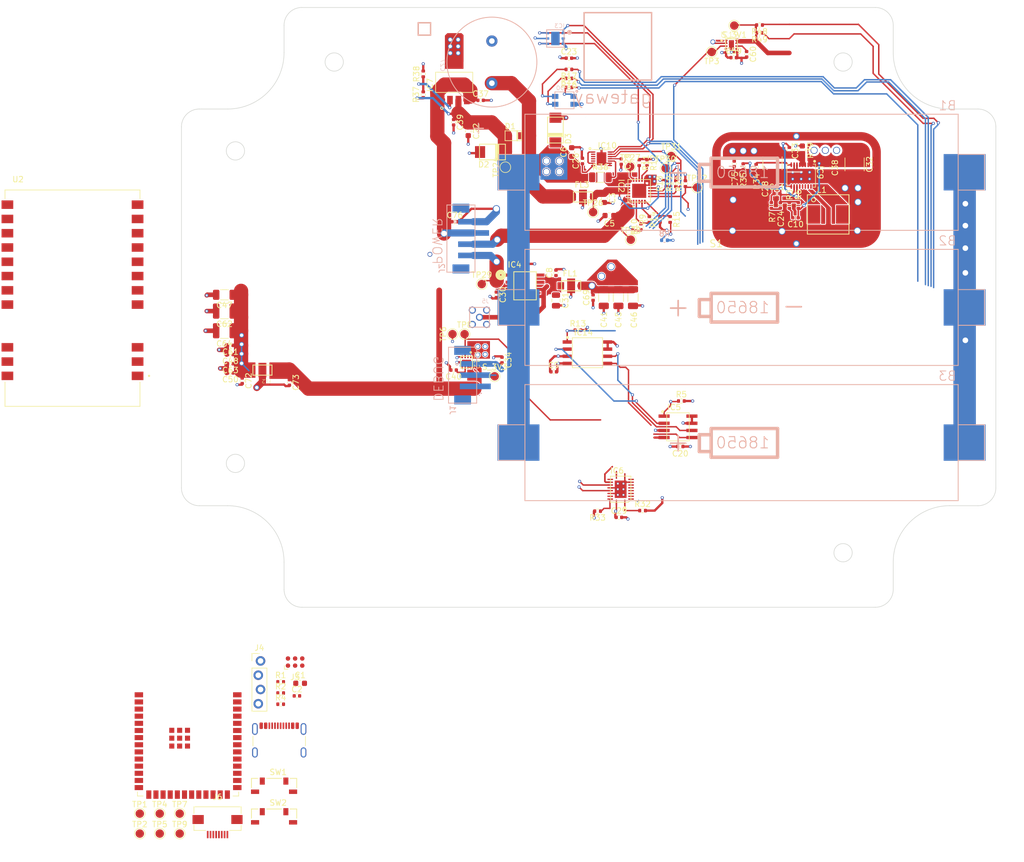
<source format=kicad_pcb>
(kicad_pcb (version 20241229) (generator "pcbnew") (generator_version "9.0")
  (layers (0 "F.Cu" signal) (4 "In1.Cu" signal) (6 "In2.Cu" signal) (2 "B.Cu" signal) (13 "F.Paste" user) (15 "B.Paste" user) (5 "F.SilkS" user "F.Silkscreen") (7 "B.SilkS" user "B.Silkscreen") (1 "F.Mask" user) (3 "B.Mask" user) (25 "Edge.Cuts" user))
  (net 0 "")
  (net 1 "GND")
  (net 2 "/Power Input/VBAT_IN")
  (net 3 "/Power Input/CHARGE_IN")
  (net 4 "/Power Input/VOUT_S1")
  (net 5 "/Power Input/VOUT_LIMITED")
  (net 6 "/MCU/3V3")
  (net 7 "Net-(C10-Pad2)")
  (net 8 "Net-(IC9-VC)")
  (net 9 "Net-(IC9-FB)")
  (net 10 "Net-(IC7-OUT)")
  (net 11 "Net-(C24-Pad1)")
  (net 12 "Net-(IC10-REG)")
  (net 13 "Net-(C27-Pad+)")
  (net 14 "/Voltage Regulator/VOUT_FILTERED")
  (net 15 "/Power Input/VOUT")
  (net 16 "/Power Input/PANEL_IN")
  (net 17 "Net-(IC12-CT)")
  (net 18 "/MCU/EN")
  (net 19 "Net-(IC19-CT)")
  (net 20 "/SCL")
  (net 21 "/MCU/DISP_3V3")
  (net 22 "/SDA")
  (net 23 "/Power Input/VBAT")
  (net 24 "Net-(IC2-2-VPCC)")
  (net 25 "/Radio/RADIO_3V3")
  (net 26 "Net-(IC2-13-PROG1)")
  (net 27 "Net-(IC2-5-THERM)")
  (net 28 "Net-(IC2-12-PROG3)")
  (net 29 "/Radio/BUSY")
  (net 30 "/Radio/SCK")
  (net 31 "/Radio/MOSI")
  (net 32 "/Radio/NSS")
  (net 33 "/Radio/TXEN")
  (net 34 "/MCU/DRDY")
  (net 35 "/MCU/FLASH_MISO")
  (net 36 "/MCU/EEPROM_CS")
  (net 37 "/MCU/FLASH_CLK")
  (net 38 "/MCU/FLASH_MOSI")
  (net 39 "/Radio/RXEN")
  (net 40 "/Radio/MISO")
  (net 41 "/Radio/RST")
  (net 42 "/FUEL")
  (net 43 "/MCU/RADIO_EN")
  (net 44 "Net-(IC7-ADJ)")
  (net 45 "/MCU/PG")
  (net 46 "/MCU/TX_DEBUG_O")
  (net 47 "/MCU/STAT2")
  (net 48 "/MCU/RX_DEBUG_O")
  (net 49 "/MCU/STAT1")
  (net 53 "Net-(IC6-2OE)")
  (net 55 "/Voltage Regulator/SW2")
  (net 56 "Net-(IC9-RUN)")
  (net 57 "/Voltage Regulator/SW1")
  (net 58 "Net-(IC9-RT)")
  (net 63 "/MCU/FLASH_CS")
  (net 64 "/MCU/DISP_EN")
  (net 65 "Net-(LED0-R)")
  (net 66 "Net-(LED0-G)")
  (net 67 "Net-(LED0-B)")
  (net 68 "Net-(IC6-1OE)")
  (net 72 "Net-(R15-Pad2)")
  (net 73 "/MCU/LED0B")
  (net 74 "/MCU/LED0G")
  (net 75 "/MCU/LED0R")
  (net 76 "/MCU/P_TX")
  (net 77 "/MCU/IO0")
  (net 78 "/MCU/P_RX")
  (net 79 "Net-(J6-Pin_7)")
  (net 81 "Net-(J6-Pin_5)")
  (net 82 "Net-(J6-Pin_8)")
  (net 83 "Net-(J6-Pin_6)")
  (net 85 "/MCU/USB_D-")
  (net 86 "Net-(J7-CC2)")
  (net 88 "/MCU/USB_D+")
  (net 91 "Net-(J7-CC1)")
  (net 98 "/MCU/RX_3V3")
  (net 102 "/MCU/RST_3V3")
  (net 108 "/MCU/TX_3V3")
  (net 118 "VCC")
  (footprint "Capacitor_SMD:C_0402_1005Metric" (layer "F.Cu") (at 142.29075 116.46395)
    (property "Reference" "C9")
    (property "Value" "0.1uF")
  )
  (footprint "autonode:FPC-SMD_P0.50-8P_FGS-XJ-H2.0" (layer "F.Cu") (at 82.5095 197.4675)
    (property "Reference" "J6")
    (property "Value" "Conn_01x08")
  )
  (footprint "autonode:SON40P300X300X80-15T170X230N" (layer "F.Cu") (at 150.79075 78.56395)
    (property "Reference" "IC10")
    (property "Value" "MAX17263LETD+T")
  )
  (footprint "Resistor_SMD:R_0402_1005Metric" (layer "F.Cu") (at 158.09075 141.16395)
    (property "Reference" "R32")
    (property "Value" "100k")
  )
  (footprint "Capacitor_SMD:C_0402_1005Metric" (layer "F.Cu") (at 84.79075 116.66395 180)
    (property "Reference" "C50")
    (property "Value" "0.1uF")
  )
  (footprint "autonode:NOTHING" (layer "F.Cu") (at 76.09075 158.36395)
    (property "Reference" "BATTERY0" (hide yes))
    (property "Value" "BULLET")
  )
  (footprint "Capacitor_SMD:C_1206_3216Metric" (layer "F.Cu") (at 151.19075 103.26395 -90)
    (property "Reference" "C41")
    (property "Value" "10uF")
  )
  (footprint "Resistor_SMD:R_0402_1005Metric" (layer "F.Cu") (at 178.89075 54.76395 180)
    (property "Reference" "R48")
    (property "Value" "10k")
  )
  (footprint "Capacitor_SMD:C_0402_1005Metric" (layer "F.Cu") (at 129.29075 68.16395)
    (property "Reference" "C37")
    (property "Value" "1uF")
  )
  (footprint "Capacitor_SMD:C_0402_1005Metric" (layer "F.Cu") (at 147.39075 78.96395 90)
    (property "Reference" "C26")
    (property "Value" "0.1uF")
  )
  (footprint "TestPoint:TestPoint_Pad_D1.5mm" (layer "F.Cu") (at 133.69075 80.06395 90)
    (property "Reference" "TP24")
    (property "Value" "TEST-POINT3X5")
  )
  (footprint "Resistor_SMD:R_0402_1005Metric" (layer "F.Cu") (at 178.89075 56.16395 180)
    (property "Reference" "R49")
    (property "Value" "10k")
  )
  (footprint "Resistor_SMD:R_0402_1005Metric" (layer "F.Cu") (at 184.19075 86.86395 -90)
    (property "Reference" "R3")
    (property "Value" "6.49k")
  )
  (footprint "Resistor_SMD:R_0402_1005Metric" (layer "F.Cu") (at 165.71075 82.98895 90)
    (property "Reference" "R20")
    (property "Value" "10k")
  )
  (footprint "TestPoint:TestPoint_Pad_D1.5mm" (layer "F.Cu") (at 167.79075 83.66395)
    (property "Reference" "TP32")
    (property "Value" "TEST-POINT3X5")
  )
  (footprint "Capacitor_SMD:C_0402_1005Metric" (layer "F.Cu") (at 132.09075 102.76395 -90)
    (property "Reference" "C30")
    (property "Value" "0.1uF")
  )
  (footprint "Capacitor_SMD:C_0402_1005Metric" (layer "F.Cu") (at 154.29075 79.06395 -90)
    (property "Reference" "C25")
    (property "Value" "0.47uF")
  )
  (footprint "Resistor_SMD:R_0402_1005Metric" (layer "F.Cu") (at 119.09075 63.46395 -90)
    (property "Reference" "R38")
    (property "Value" "330")
  )
  (footprint "Capacitor_SMD:C_0603_1608Metric" (layer "F.Cu") (at 127.09075 73.66395 -90)
    (property "Reference" "C22")
    (property "Value" "10uF")
  )
  (footprint "Capacitor_SMD:C_0402_1005Metric" (layer "F.Cu") (at 124.69075 89.76395)
    (property "Reference" "C76")
    (property "Value" "1nF")
  )
  (footprint "Capacitor_SMD:C_0402_1005Metric" (layer "F.Cu") (at 174.29075 60.56395)
    (property "Reference" "C59")
    (property "Value" "1uF")
  )
  (footprint "autonode:SOIC127P600X175-8N" (layer "F.Cu") (at 164.39075 126.26395)
    (property "Reference" "IC5")
    (property "Value" "CAT25160VI-GT3")
  )
  (footprint "TestPoint:TestPoint_Pad_D1.5mm" (layer "F.Cu") (at 131.79075 117.26395)
    (property "Reference" "S_3V3")
    (property "Value" "TEST-POINT3X5")
  )
  (footprint "Capacitor_SMD:C_1210_3225Metric" (layer "F.Cu") (at 83.74075 109.16395 180)
    (property "Reference" "C64")
    (property "Value" "220uF")
  )
  (footprint "autonode:DO-214AC(SMA)" (layer "F.Cu") (at 131.39075 77.36395 180)
    (property "Reference" "D2")
    (property "Value" "SMAJ5.0A")
  )
  (footprint "Capacitor_SMD:C_0402_1005Metric" (layer "F.Cu") (at 149.29075 103.26395 -90)
    (property "Reference" "C69")
    (property "Value" "1nF")
  )
  (footprint "TestPoint:TestPoint_Pad_D1.5mm" (layer "F.Cu") (at 162.19075 80.26395)
    (property "Reference" "TP30")
    (property "Value" "TEST-POINT3X5")
  )
  (footprint "autonode:MS288-10F" (layer "F.Cu") (at 171.19075 93.66395)
    (property "Reference" "S1")
    (property "Value" "MS288-10F")
  )
  (footprint "TestPoint:TestPoint_Pad_D1.5mm" (layer "F.Cu") (at 72.2345 195.0825)
    (property "Reference" "TP4")
    (property "Value" "TestPoint")
  )
  (footprint "autonode:QFN20-ML_4X4MM" (layer "F.Cu") (at 157.49075 84.26395 -90)
    (property "Reference" "IC2")
    (property "Value" "MCP73871")
  )
  (footprint "autonode:USB_C_Receptacle_GCT_USB4105-xx-A" (layer "F.Cu") (at 93.4745 183.1225)
    (property "Reference" "J7" (hide yes))
    (property "Value" "USB_C_Receptacle_USB2.0")
  )
  (footprint "Resistor_SMD:R_0402_1005Metric" (layer "F.Cu") (at 185.79075 86.86395 -90)
    (property "Reference" "R6")
    (property "Value" "825k")
  )
  (footprint "TestPoint:TestPoint_Pad_D1.5mm" (layer "F.Cu") (at 75.7845 195.0825)
    (property "Reference" "TP7")
    (property "Value" "TestPoint")
  )
  (footprint "Capacitor_SMD:C_1210_3225Metric" (layer "F.Cu") (at 83.74075 105.66395 180)
    (property "Reference" "C62")
    (property "Value" "220uF")
  )
  (footprint "autonode:PinHeader_1x04_P2.54mm_Vertical_shifted" (layer "F.Cu") (at 89.9545 167.9125)
    (property "Reference" "J4")
    (property "Value" "Conn_01x04")
  )
  (footprint "Resistor_SMD:R_0402_1005Metric" (layer "F.Cu") (at 119.09075 67.16395 -90)
    (property "Reference" "R37")
    (property "Value" "1.1k")
  )
  (footprint "Resistor_SMD:R_0402_1005Metric" (layer "F.Cu") (at 157.49075 79.26395 -90)
    (property "Reference" "R11")
    (property "Value" "1k")
  )
  (footprint "Capacitor_SMD:C_0402_1005Metric" (layer "F.Cu") (at 181.99075 84.76395)
    (property "Reference" "C11")
    (property "Value" "10pF C0G")
  )
  (footprint "autonode:DO-214AC(SMA)" (layer "F.Cu") (at 142.59075 73.46395 90)
    (property "Reference" "D3")
    (property "Value" "SMAJ5.0A")
  )
  (footprint "TestPoint:TestPoint_Pad_D1.5mm" (layer "F.Cu") (at 124.29075 109.76395 90)
    (property "Reference" "TP6")
    (property "Value" "TEST-POINT3X5")
  )
  (footprint "autonode:WSON8" (layer "F.Cu") (at 126.79075 114.76395 -90)
    (property "Reference" "IC12")
    (property "Value" "TPS22975")
  )
  (footprint "Capacitor_SMD:C_0402_1005Metric" (layer "F.Cu") (at 182.59075 86.86395 90)
    (property "Reference" "C24")
    (property "Value" "680pF C0G")
  )
  (footprint "Resistor_SMD:R_0402_1005Metric" (layer "F.Cu") (at 164.00575 82.98895 90)
    (property "Reference" "R19")
    (property "Value" "10k")
  )
  (footprint "Resistor_SMD:R_0402_1005Metric" (layer "F.Cu") (at 178.29075 80.06395 90)
    (property "Reference" "R34")
    (property "Value" "182k")
  )
  (footprint "Connector:Tag-Connect_TC2030-IDC-NL_2x03_P1.27mm_Vertical" (layer "F.Cu") (at 96.3045 168.1125)
    (property "Reference" "J3")
    (property "Value" "TC2030-IDC")
  )
  (footprint "Capacitor_SMD:C_0402_1005Metric" (layer "F.Cu") (at 124.49075 72.06395 -90)
    (property "Reference" "C39")
    (property "Value" "1uF")
  )
  (footprint "Capacitor_SMD:C_0603_1608Metric" (layer "F.Cu") (at 145.49075 77.36395 90)
    (property "Reference" "C6")
    (property "Value" "10uF")
  )
  (footprint "TestPoint:TestPoint_Pad_D1.5mm" (layer "F.Cu") (at 163.19075 78.06395)
    (property "Reference" "TP31")
    (property "Value" "TEST-POINT3X5")
  )
  (footprint "autonode:NOTHING" (layer "F.Cu") (at 171.19075 93.66395)
    (property "Reference" "COVER0" (hide yes))
    (property "Value" "BULLET")
  )
  (footprint "autonode:SOIC127P790X216-8N" (layer "F.Cu") (at 148.28745 113.06895)
    (property "Reference" "IC14")
    (property "Value" "W25Q64FWSSIG")
  )
  (footprint "Capacitor_SMD:C_0402_1005Metric" (layer "F.Cu") (at 142.69075 98.86395 90)
    (property "Reference" "C8")
    (property "Value" "0.1uF")
  )
  (footprint "TestPoint:TestPoint_Pad_D1.5mm" (layer "F.Cu") (at 126.44075 109.76395)
    (property "Reference" "TP8")
    (property "Value" "TEST-POINT3X5")
  )
  (footprint "Resistor_SMD:R_0402_1005Metric" (layer "F.Cu") (at 158.89075 79.26395 -90)
    (property "Reference" "R12")
    (property "Value" "100k")
  )
  (footprint "Capacitor_SMD:C_0402_1005Metric" (layer "F.Cu") (at 185.29075 89.06395 180)
    (property "Reference" "C10")
    (property "Value" "47pF C0G")
  )
  (footprint "Resistor_SMD:R_0402_1005Metric" (layer "F.Cu") (at 184.19075 77.06395 -90)
    (property "Reference" "R39")
    (property "Value" "1M")
  )
  (footprint "Capacitor_SMD:C_1812_4532Metric" (layer "F.Cu") (at 181.19075 79.36395 -90)
    (property "Reference" "C28")
    (property "Value" "47uF 10V")
  )
  (footprint "Resistor_SMD:R_0402_1005Metric" (layer "F.Cu") (at 150.09075 141.26395 180)
    (property "Reference" "R33")
    (property "Value" "100k")
  )
  (footprint "TestPoint:TestPoint_Pad_D1.5mm" (layer "F.Cu") (at 170.39075 59.56395 180)
    (property "Reference" "TP3")
    (property "Value" "TEST-POINT3X5")
  )
  (footprint "autonode:R-PDSO-G8_NOPAD" (layer "F.Cu") (at 137.19075 101.16395 -90)
    (property "Reference" "IC4")
    (property "Value" "TPS2013A")
  )
  (footprint "Resistor_SMD:R_0402_1005Metric" (layer "F.Cu") (at 144.99075 62.66395 180)
    (property "Reference" "R17")
    (property "Value" "22")
  )
  (footprint "autonode:E22-900M30S" (layer "F.Cu") (at 56.715 103.370253)
    (property "Reference" "U2")
    (property "Value" "E22-900M30S")
  )
  (footprint "Resistor_SMD:R_0402_1005Metric" (layer "F.Cu") (at 162.99075 89.36395 -90)
    (property "Reference" "R15")
    (property "Value" "1.54k")
  )
  (footprint "Capacitor_SMD:C_0402_1005Metric" (layer "F.Cu") (at 84.79075 115.030619 180)
    (property "Reference" "C63")
    (property "Value" "0.1uF")
  )
  (footprint "Capacitor_SMD:C_0402_1005Metric" (layer "F.Cu") (at 144.99075 60.66395)
    (property "Reference" "C23")
    (property "Value" "0.1uF")
  )
  (footprint "Resistor_SMD:R_0402_1005Metric" (layer "F.Cu") (at 162.30075 82.98895 90)
    (property "Reference" "R18")
    (property "Value" "10k")
  )
  (footprint "TestPoint:TestPoint_Pad_D1.5mm" (layer "F.Cu") (at 68.6845 195.0825)
    (property "Reference" "TP1")
    (property "Value" "TestPoint")
  )
  (footprint "autonode:SW_TL3330AF130QG_EWI" (layer "F.Cu") (at 92.5618 190.6897)
    (property "Reference" "SW1")
    (property "Value" "SWITCH-SPST")
  )
  (footprint "Capacitor_SMD:C_0402_1005Metric" (layer "F.Cu") (at 84.79075 111.763957 180)
    (property "Reference" "C61")
    (property "Value" "1uF")
  )
  (footprint "Capacitor_SMD:C_0603_1608Metric" (layer "F.Cu") (at 97.1945 171.8925)
    (property "Reference" "C1")
    (property "Value" "10uF")
  )
  (footprint "Capacitor_SMD:C_0402_1005Metric" (layer "F.Cu") (at 164.79075 129.76395)
    (property "Reference" "C20")
    (property "Value" "0.1uF")
  )
  (footprint "autonode:WSON8" (layer "F.Cu") (at 173.89075 58.26395)
    (property "Reference" "IC19")
    (property "Value" "TPS22975")
  )
  (footprint "autonode:R-PVQFN-N20" (layer "F.Cu") (at 154.19075 137.36395 -90)
    (property "Reference" "IC6")
    (property "Value" "SN74LVC244A")
  )
  (footprint "TestPoint:TestPoint_Pad_D1.5mm" (layer "F.Cu") (at 155.99075 92.96395)
    (property "Reference" "TP28")
    (property "Value" "TEST-POINT3X5")
  )
  (footprint "Resistor_SMD:R_1206_3216Metric" (layer "F.Cu") (at 150.59075 81.86395)
    (property "Reference" "R36")
    (property "Value" "10m 0.5%")
  )
  (footprint "Resistor_SMD:R_0402_1005Metric" (layer "F.Cu") (at 175.99075 79.96395 90)
    (property "Reference" "R35")
    (property "Value" "182k")
  )
  (footprint "Capacitor_SMD:C_0603_1608Metric" (layer "F.Cu") (at 186.49075 77.06395 90)
    (property "Reference" "C33")
    (property "Value" "1uF")
  )
  (footprint "TestPoint:TestPoint_Pad_D1.5mm" (layer "F.Cu") (at 174.39075 54.86395 180)
    (property "Reference" "S_3V1")
    (property "Value" "TEST-POINT3X5")
  )
  (footprint "autonode:YFF31HC2A104MT000N" (layer "F.Cu") (at 145.39075 101.16395)
    (property "Reference" "FL1")
    (property "Value" "YFF31HC2A104MT000N")
  )
  (footprint "Capacitor_SMD:C_0402_1005Metric" (layer "F.Cu") (at 96.6245 174.1325)
    (property "Reference" "C2")
    (property "Value" "12pF")
  )
  (footprint "autonode:HCMA0703-2R2-R" (layer "F.Cu") (at 191.09075 88.46395)
    (property "Reference" "L1")
    (property "Value" "HCMA0703-2R2-R")
  )
  (footprint "Capacitor_SMD:C_0402_1005Metric" (layer "F.Cu") (at 124.49075 116.16395 180)
    (property "Reference" "C40")
    (property "Value" "1nF")
  )
  (footprint "autonode:SOT-223-5" (layer "F.Cu") (at 124.59075 64.96395)
    (property "Reference" "IC7")
    (property "Value" "LP38691-ADJ")
  )
  (footprint "Capacitor_SMD:C_0402_1005Metric" (layer "F.Cu") (at 84.79075 113.397288 180)
    (property "Reference" "C48")
    (property "Value" "0.1uF")
  )
  (footprint "Resistor_SMD:R_0402_1005Metric" (layer "F.Cu") (at 157.79075 90.66395 90)
    (property "Reference" "R10")
    (property "Value" "113k")
  )
  (footprint "autonode:SW_TL3330AF130QG_EWI" (layer "F.Cu") (at 92.5618 196.1347)
    (property "Reference" "SW2")
    (property "Value" "SWITCH-SPST")
  )
  (footprint "Capacitor_SMD:C_0402_1005Metric" (layer "F.Cu") (at 176.59075 59.96395 -90)
    (property "Reference" "C60")
    (property "Value" "1nF")
  )
  (footprint "TestPoint:TestPoint_Pad_D1.5mm" (layer "F.Cu") (at 72.2345 198.6325)
    (property "Reference" "TP5")
    (property "Value" "TestPoint")
  )
  (footprint "Capacitor_SMD:C_0603_1608Metric" (layer "F.Cu") (at 151.29075 85.56395 -90)
    (property "Reference" "C3")
    (property "Value" "10uF")
  )
  (footprint "Resistor_SMD:R_0402_1005Metric" (layer "F.Cu") (at 144.99075 65.86395)
    (property "Reference" "R22")
    (property "Value" "270")
  )
  (footprint "Resistor_SMD:R_0402_1005Metric" (layer "F.Cu") (at 93.7345 175.6125)
    (property "Reference" "R4")
    (property "Value" "5.1k")
  )
  (footprint "Capacitor_SMD:C_0402_1005Metric" (layer "F.Cu") (at 153.89075 142.36395)
    (property "Reference" "C29")
    (property "Value" "0.1uF")
  )
  (footprint "TestPoint:TestPoint_Pad_D1.5mm" (layer "F.Cu") (at 75.7845 198.6325)
    (property "Reference" "TP9")
    (property "Value" "TestPoint")
  )
  (footprint "Resistor_SMD:R_0402_1005Metric" (layer "F.Cu") (at 144.99075 64.26395 180)
    (property "Reference" "R16")
    (property "Value" "22")
  )
  (footprint "Capacitor_SMD:C_1206_3216Metric" (layer "F.Cu") (at 83.74075 102.76395 180)
    (property "Reference" "C47")
    (property "Value" "10uF")
  )
  (footprint "autonode:SON50P400X500X80-17T244X434N" (layer "F.Cu") (at 186.29075 81.56395 -90)
    (property "Reference" "IC9")
    (property "Value" "LTC3113")
  )
  (footprint "Capacitor_SMD:C_1812_4532Metric" (layer "F.Cu") (at 195.79075 79.56395 -90)
    (property "Reference" "C32")
    (property "Value" "100uF 6.3V")
  )
  (footprint "Capacitor_SMD:C_0402_1005Metric" (layer "F.Cu") (at 174.39075 79.46395 -90)
    (property "Reference" "C75")
    (property "Value" "1nF")
  )
  (footprint "Resistor_SMD:R_0402_1005Metric" (layer "F.Cu") (at 93.7345 173.6225)
    (property "Reference" "R2")
    (property "Value" "5.1k")
  )
  (footprint "Resistor_SMD:R_0402_1005Metric" (layer "F.Cu") (at 180.99075 86.86395 90)
    (property "Reference" "R7")
    (property "Value" "49.9k")
  )
  (footprint "Resistor_SMD:R_0402_1005Metric" (layer "F.Cu") (at 93.7345 171.6325)
    (property "Reference" "R1")
    (property "Value" "10k")
  )
  (footprint "Capacitor_SMD:C_0402_1005Metric" (layer "F.Cu") (at 95.29075 118.36395 -90)
    (property "Reference" "C73")
    (property "Value" "1nF")
  )
  (footprint "autonode:ESP32-S3-WROOM-1" (layer "F.Cu") (at 77.2695 182.1975)
    (property "Reference" "U1" (hide yes))
    (property "Value" "ESP32-S3-WROOM-1")
  )
  (footprint "TestPoint:TestPoint_Pad_D1.5mm" (layer "F.Cu") (at 149.29075 88.06395)
    (property "Reference" "TP26")
    (property "Value" "TEST-POINT3X5")
  )
  (footprint "autonode:SOD−123FL" (layer "F.Cu") (at 135.09075 74.46395 180)
    (property "Reference" "D1")
    (property "Value" "MBR120VLSF")
  )
  (footprint "autonode:YFF31HC2A104MT000N" (layer "F.Cu") (at 147.49075 85.36395)
    (property "Reference" "FL3")
    (property "Value" "YFF31HC2A104MT000N")
  )
  (footprint "Capacitor_SMD:C_1206_3216Metric" (layer "F.Cu") (at 156.39075 103.26395 -90)
    (property "Reference" "C46")
    (property "Value" "10uF")
  )
  (footprint "Resistor_SMD:R_0402_1005Metric" (layer "F.Cu") (at 161.19075 89.36395 90)
    (property "Reference" "R14")
    (property "Value" "69.8k")
  )
  (footprint "TestPoint:TestPoint_Pad_D1.5mm" (layer "F.Cu") (at 129.49075 100.86395)
    (property "Reference" "TP29")
    (property "Value" "TEST-POINT3X5")
  )
  (footprint "Capacitor_SMD:C_0402_1005Metric" (layer "F.Cu") (at 86.89075 118.06395 -90)
    (property "Reference" "C72")
    (property "Value" "1nF")
  )
  (footprint "Capacitor_SMD:C_0603_1608Metric" (layer "F.Cu") (at 152.19075 88.66395 180)
    (property "Reference" "C5")
    (property "Value" "10uF")
  )
  (footprint "autonode:YFF31HC2A104MT000N" (layer "F.Cu") (at 90.49075 116.16395 180)
    (property "Reference" "FL2")
    (property "Value" "YFF31HC2A104MT000N")
  )
  (footprint "Capacitor_SMD:C_0402_1005Metric" (layer "F.Cu") (at 133.09075 114.36395 -90)
    (property "Reference" "C34")
    (property "Value" "1uF")
  )
  (footprint "Capacitor_SMD:C_1206_3216Metric" (layer "F.Cu") (at 153.79075 103.26395 -90)
    (property "Reference" "C45")
    (property "Value" "10uF")
  )
  (footprint "TestPoint:TestPoint_Pad_D1.5mm" (layer "F.Cu") (at 68.6845 198.6325)
    (property "Reference" "TP2")
    (property "Value" "TestPoint")
  )
  (footprint "Capacitor_SMD:C_0603_1608Metric" (layer "F.Cu") (at 190.89075 80.16395 -90)
    (property "Reference" "C38")
    (property "Value" "1uF")
  )
  (footprint "Resistor_SMD:R_0402_1005Metric" (layer "F.Cu") (at 146.59075 109.06395)
    (property "Reference" "R13")
    (property "Value" "100k")
  )
  (footprint "Capacitor_SMD:C_0805_2012Metric" (layer "F.Cu") (at 142.69075 103.76395 -90)
    (property "Reference" "C31")
    (property "Value" "22uF")
  )
  (footprint "Resistor_SMD:R_0402_1005Metric" (layer "F.Cu") (at 164.99075 121.66395)
    (property "Reference" "R5")
    (property "Value" "100k")
  )
  (footprint "Resistor_SMD:R_0402_1005Metric" (layer "F.Cu") (at 159.29075 89.36395 90)
    (property "Reference" "R9")
    (property "Value" "330k")
  )
  (footprint "TestPoint:TestPoint_Pad_D1.5mm" (layer "F.Cu") (at 155.89075 79.96395)
    (property "Reference" "TP27")
    (property "Value" "TEST-POINT3X5")
  )
  (footprint "autonode:DMB0006A" (layer "B.Cu") (at 142.59075 57.16395 180)
    (property "Reference" "IC3")
    (property "Value" "HDC2080")
  )
  (footprint "autonode:1042" (layer "B.Cu") (at 175.69075 80.96395 180)
    (property "Reference" "B1")
    (property "Value" "18650_1042")
  )
  (footprint "autonode:1042" (layer "B.Cu") (at 175.69075 129.06395 180)
    (property "Reference" "B3")
    (property "Value" "18650_1042")
  )
  (footprint "autonode:JST-PH-3-SMT" (layer "B.Cu") (at 123.59075 118.06395 90)
    (property "Reference" "J1")
    (property "Value" "JST_PH_3PIN")
  )
  (footprint "autonode:25PK4700MEFC16X25" (layer "B.Cu") (at 131.29075 61.36395 90)
    (property "Reference" "C27")
    (property "Value" "CPOL_16X27MM")
  )
  (footprint "autonode:PLCC140P350X320X210-4" (layer "B.Cu") (at 144.19075 68.16395 180)
    (property "Reference" "LED0")
    (property "Value" "CLV1L-FKB")
  )
  (footprint "autonode:1042" (layer "B.Cu") (at 175.69075 105.01395 180)
    (property "Reference" "B2")
    (property "Value" "18650_1042")
  )
  (footprint "autonode:MMCX-P-P-H-ST-TH1" (layer "B.Cu") (at 129.09075 106.76395 180)
    (property "Reference" "J5")
    (property "Value" "MMCX-P-P-H-ST-TH1")
  )
  (footprint "autonode:JST-PH-4-SMT" (layer "B.Cu") (at 123.29075 92.76395 90)
    (property "Reference" "J2")
    (property "Value" "JST_4PIN")
  )
  (footprint "Resistor_SMD:R_0402_1005Metric" (layer "B.Cu") (at 161.99075 93.06395 180)
    (property "Reference" "R8")
    (property "Value" "10k NTC")
  )
  (gr_line (start 118.19075 54.36395) (end 120.39075 54.36395) (stroke (width 0.254)) (layer "B.SilkS"))
  (gr_line (start 159.69075 64.56395) (end 147.69075 64.56395) (stroke (width 0.254)) (layer "B.SilkS"))
  (gr_line (start 159.69075 52.56395) (end 159.69075 64.56395) (stroke (width 0.254)) (layer "B.SilkS"))
  (gr_line (start 147.69075 64.56395) (end 147.69075 52.56395) (stroke (width 0.254)) (layer "B.SilkS"))
  (gr_line (start 120.39075 56.56395) (end 118.19075 56.56395) (stroke (width 0.254)) (layer "B.SilkS"))
  (gr_line (start 120.39075 54.36395) (end 120.39075 56.56395) (stroke (width 0.254)) (layer "B.SilkS"))
  (gr_line (start 118.19075 56.56395) (end 118.19075 54.36395) (stroke (width 0.254)) (layer "B.SilkS"))
  (gr_line (start 147.69075 52.56395) (end 159.69075 52.56395) (stroke (width 0.254)) (layer "B.SilkS"))
  (gr_arc (start 202.66425 150.32745) (mid 205.602848 143.233048) (end 212.69725 140.29445) (stroke (width 0.1)) (layer "Edge.Cuts"))
  (gr_line (start 94.33795 150.32745) (end 94.33795 155.18895) (stroke (width 0.1)) (layer "Edge.Cuts"))
  (gr_line (start 94.33795 54.81825) (end 94.33795 59.67975) (stroke (width 0.1)) (layer "Edge.Cuts"))
  (gr_circle (center 193.744834 61.347366) (end 195.369834 61.347366) (stroke (width 0.1)) (fill no) (layer "Edge.Cuts"))
  (gr_line (start 97.51295 158.36395) (end 199.48925 158.36395) (stroke (width 0.1)) (layer "Edge.Cuts"))
  (gr_circle (center 85.69075 132.76395) (end 87.31575 132.76395) (stroke (width 0.1)) (fill no) (layer "Edge.Cuts"))
  (gr_line (start 212.69725 140.29445) (end 217.73645 140.29445) (stroke (width 0.1)) (layer "Edge.Cuts"))
  (gr_line (start 220.91145 137.11945) (end 220.91145 72.88785) (stroke (width 0.1)) (layer "Edge.Cuts"))
  (gr_line (start 202.66425 155.18895) (end 202.66425 150.32745) (stroke (width 0.1)) (layer "Edge.Cuts"))
  (gr_circle (center 85.69075 77.16395) (end 87.31575 77.16395) (stroke (width 0.1)) (fill no) (layer "Edge.Cuts"))
  (gr_arc (start 94.33795 59.67975) (mid 91.399323 66.774224) (end 84.304849 69.712851) (stroke (width 0.1)) (layer "Edge.Cuts"))
  (gr_arc (start 97.51295 158.36395) (mid 95.267886 157.434014) (end 94.33795 155.18895) (stroke (width 0.1)) (layer "Edge.Cuts"))
  (gr_line (start 79.26575 140.29445) (end 84.30485 140.29445) (stroke (width 0.1)) (layer "Edge.Cuts"))
  (gr_line (start 84.30485 69.71285) (end 79.26575 69.71285) (stroke (width 0.1)) (layer "Edge.Cuts"))
  (gr_arc (start 202.66425 155.18895) (mid 201.734314 157.434014) (end 199.48925 158.36395) (stroke (width 0.1)) (layer "Edge.Cuts"))
  (gr_arc (start 76.09075 72.88785) (mid 77.020686 70.642786) (end 79.26575 69.71285) (stroke (width 0.1)) (layer "Edge.Cuts"))
  (gr_line (start 76.09075 72.88785) (end 76.09075 137.11945) (stroke (width 0.1)) (layer "Edge.Cuts"))
  (gr_arc (start 212.69725 69.71285) (mid 205.602827 66.774202) (end 202.66425 59.67975) (stroke (width 0.1)) (layer "Edge.Cuts"))
  (gr_arc (start 217.73645 69.71285) (mid 219.981514 70.642786) (end 220.91145 72.88785) (stroke (width 0.1)) (layer "Edge.Cuts"))
  (gr_arc (start 220.91145 137.11945) (mid 219.981514 139.364514) (end 217.73645 140.29445) (stroke (width 0.1)) (layer "Edge.Cuts"))
  (gr_circle (center 103.257334 61.347366) (end 104.882334 61.347366) (stroke (width 0.1)) (fill no) (layer "Edge.Cuts"))
  (gr_arc (start 199.48925 51.64325) (mid 201.734314 52.573186) (end 202.66425 54.81825) (stroke (width 0.1)) (layer "Edge.Cuts"))
  (gr_line (start 199.48925 51.64325) (end 97.51295 51.64325) (stroke (width 0.1)) (layer "Edge.Cuts"))
  (gr_line (start 202.66425 59.67975) (end 202.66425 54.81825) (stroke (width 0.1)) (layer "Edge.Cuts"))
  (gr_circle (center 193.744834 148.659866) (end 195.369834 148.659866) (stroke (width 0.1)) (fill no) (layer "Edge.Cuts"))
  (gr_arc (start 94.33795 54.81825) (mid 95.267886 52.573186) (end 97.51295 51.64325) (stroke (width 0.1)) (layer "Edge.Cuts"))
  (gr_arc (start 84.30485 140.29445) (mid 91.399303 143.233028) (end 94.33795 150.327452) (stroke (width 0.1)) (layer "Edge.Cuts"))
  (gr_arc (start 79.26575 140.29445) (mid 77.020686 139.364514) (end 76.09075 137.11945) (stroke (width 0.1)) (layer "Edge.Cuts"))
  (gr_line (start 217.73645 69.71285) (end 212.69725 69.71285) (stroke (width 0.1)) (layer "Edge.Cuts"))
  (gr_text "DEBUG" (at 122.69075 121.864424 -90) (layer "B.SilkS") (effects (font (size 1.63576 1.63576) (thickness 0.14224)) (justify left top mirror)))
  (gr_text "POWER" (at 122.49075 97.498104 -90) (layer "B.SilkS") (effects (font (size 1.63576 1.63576) (thickness 0.14224)) (justify left top mirror)))
  (gr_text "gateway" (at 159.89075 68.96395 0) (layer "B.SilkS") (effects (font (size 2.3368 2.3368) (thickness 0.2032)) (justify left bottom mirror)))
  (via (at 140.99075 78.96395) (size 1.254) (drill 1) (layers "F.Cu" "B.Cu") (net 0))
  (via (at 188.59075 77.06395) (size 1.254) (drill 1) (layers "F.Cu" "B.Cu") (net 0))
  (via (at 140.99075 80.86395) (size 1.254) (drill 1) (layers "F.Cu" "B.Cu") (net 0))
  (via (at 192.59075 77.06395) (size 1.254) (drill 1) (layers "F.Cu" "B.Cu") (net 0))
  (via (at 130.09075 111.96395) (size 0.854) (drill 0.6) (layers "F.Cu" "B.Cu") (net 0))
  (via (at 143.29075 80.86395) (size 1.254) (drill 1) (layers "F.Cu" "B.Cu") (net 0))
  (via (at 190.59075 77.06395) (size 1.254) (drill 1) (layers "F.Cu" "B.Cu") (net 0))
  (via (at 143.29075 78.96395) (size 1.254) (drill 1) (layers "F.Cu" "B.Cu") (net 0))
  (segment (start 174.39075 80.11395) (end 174.39075 80.96395) (width 0.4064) (layer "F.Cu") (net 1))
  (segment (start 174.94075 59.11395) (end 174.94075 59.56395) (width 0.4064) (layer "F.Cu") (net 1))
  (segment (start 131.39075 103.41395) (end 131.04075 103.06395) (width 0.4064) (layer "F.Cu") (net 1))
  (segment (start 185.04075 80.71395) (end 184.79075 80.96395) (width 0.3048) (layer "F.Cu") (net 1))
  (segment (start 173.90135 59.59395) (end 173.97015 59.56395) (width 0.4064) (layer "F.Cu") (net 1))
  (segment (start 154.94075 135.01395) (end 154.94075 136.11395) (width 0.254) (layer "F.Cu") (net 1))
  (segment (start 136.48575 97.26395) (end 138.89075 97.26395) (width 0.4064) (layer "F.Cu") (net 1))
  (segment (start 95.29075 119.01395) (end 94.618981 119.01395) (width 0.4064) (layer "F.Cu") (net 1))
  (segment (start 82.34075 109.16395) (end 80.39075 109.16395) (width 0.8128) (layer "F.Cu") (net 1))
  (segment (start 165.44075 129.76395) (end 166.59075 129.76395) (width 0.4064) (layer "F.Cu") (net 1))
  (segment (start 154.29075 79.71395) (end 154.29075 80.46395) (width 0.4064) (layer "F.Cu") (net 1))
  (segment (start 173.89075 58.26395) (end 173.90135 59.59395) (width 0.4064) (layer "F.Cu") (net 1))
  (segment (start 132.09075 103.41395) (end 131.39075 103.41395) (width 0.4064) (layer "F.Cu") (net 1))
  (segment (start 156.04075 136.11395) (end 154.94075 136.11395) (width 0.254) (layer "F.Cu") (net 1))
  (segment (start 144.68415 114.97395) (end 143.10075 114.97395) (width 0.4064) (layer "F.Cu") (net 1))
  (segment (start 159.94075 78.61395) (end 159.99075 78.66395) (width 0.4064) (layer "F.Cu") (net 1))
  (segment (start 147.29075 78.21395) (end 147.29075 76.86395) (width 0.4064) (layer "F.Cu") (net 1))
  (segment (start 152.27535 79.76395) (end 152.27535 79.36395) (width 0.2032) (layer "F.Cu") (net 1))
  (segment (start 134.49075 99.25895) (end 136.48575 97.26395) (width 0.4064) (layer "F.Cu") (net 1))
  (segment (start 152.27535 79.36395) (end 151.19075 79.36395) (width 0.2032) (layer "F.Cu") (net 1))
  (segment (start 174.84075 59.01395) (end 174.94075 59.11395) (width 0.4064) (layer "F.Cu") (net 1))
  (segment (start 142.94075 115.13395) (end 143.10075 114.97395) (width 0.4064) (layer "F.Cu") (net 1))
  (segment (start 158.49075 82.29895) (end 158.49075 83.26395) (width 0.254) (layer "F.Cu") (net 1))
  (segment (start 146.94075 76.51395) (end 147.29075 76.86395) (width 0.4064) (layer "F.Cu") (net 1))
  (segment (start 152.34075 137.11395) (end 153.44075 137.11395) (width 0.254) (layer "F.Cu") (net 1))
  (segment (start 119.09075 62.81395) (end 119.09075 61.66395) (width 0.4064) (layer "F.Cu") (net 1))
  (segment (start 156.54075 91.31395) (end 155.99075 90.76395) (width 0.4064) (layer "F.Cu") (net 1))
  (segment (start 131.59075 115.06395) (end 133.04075 115.06395) (width 0.4064) (layer "F.Cu") (net 1))
  (segment (start 150.79075 78.96395) (end 150.79075 78.56395) (width 0.254) (layer "F.Cu") (net 1))
  (segment (start 159.45575 83.26395) (end 158.49075 83.26395) (width 0.254) (layer "F.Cu") (net 1))
  (segment (start 174.29075 81.06395) (end 175.54075 81.06395) (width 0.4064) (layer "F.Cu") (net 1))
  (segment (start 161.74075 91.26395) (end 161.19075 90.71395) (width 0.4064) (layer "F.Cu") (net 1))
  (segment (start 131.04075 103.06395) (end 130.96135 103.06395) (width 0.4064) (layer "F.Cu") (net 1))
  (segment (start 186.49075 76.21395) (end 186.44075 76.26395) (width 0.254) (layer "F.Cu") (net 1))
  (segment (start 154.94075 136.11395) (end 154.69075 136.36395) (width 0.254) (layer "F.Cu") (net 1))
  (segment (start 94.352781 118.74775) (end 90.00695 118.74775) (width 0.4064) (layer "F.Cu") (net 1))
  (segment (start 84.14075 115.86395) (end 84.14075 116.66395) (width 0.8128) (layer "F.Cu") (net 1))
  (segment (start 142.69075 104.66395) (end 144.09075 104.66395) (width 0.4064) (layer "F.Cu") (net 1))
  (segment (start 185.54075 79.62935) (end 185.54075 80.91395) (width 0.3048) (layer "F.Cu") (net 1))
  (segment (start 153.79075 104.66395) (end 153.79075 106.06395) (width 0.4064) (layer "F.Cu") (net 1))
  (segment (start 132.14075 100.26395) (end 132.14075 96.86395) (width 2.54) (layer "F.Cu") (net 1))
  (segment (start 142.59075 71.26395) (end 144.49075 71.26395) (width 0.8128) (layer "F.Cu") (net 1))
  (segment (start 185.49075 80.96395) (end 186.29075 80.96395) (width 0.3048) (layer "F.Cu") (net 1))
  (segment (start 147.49075 85.36395) (end 147.49075 87.16395) (width 0.4064) (layer "F.Cu") (net 1))
  (segment (start 123.84075 116.16395) (end 123.84075 115.51395) (width 0.4064) (layer "F.Cu") (net 1))
  (segment (start 127.64075 87.46395) (end 132.09075 87.46395) (width 0.4064) (layer "F.Cu") (net 1))
  (segment (start 90.49075 116.16395) (end 90.49075 118.26395) (width 1.27) (layer "F.Cu") (net 1))
  (segment (start 151.29075 86.41395) (end 152.74075 86.41395) (width 0.4064) (layer "F.Cu") (net 1))
  (segment (start 157.59075 84.26395) (end 157.49075 84.26395) (width 0.254) (layer "F.Cu") (net 1))
  (segment (start 86.84075 118.76395) (end 85.99075 118.76395) (width 0.4064) (layer "F.Cu") (net 1))
  (segment (start 134.14575 103.41395) (end 132.09075 103.41395) (width 0.4064) (layer "F.Cu") (net 1))
  (segment (start 153.44075 137.11395) (end 153.69075 137.36395) (width 0.254) (layer "F.Cu") (net 1))
  (segment (start 161.91735 128.16895) (end 160.19575 128.16895) (width 0.4064) (layer "F.Cu") (net 1))
  (segment (start 157.99075 104.66395) (end 158.09075 104.76395) (width 0.4064) (layer "F.Cu") (net 1))
  (segment (start 84.14075 112.56395) (end 82.79075 112.56395) (width 0.8128) (layer "F.Cu") (net 1))
  (segment (start 152.74075 86.41395) (end 152.79075 86.46395) (width 0.4064) (layer "F.Cu") (net 1))
  (segment (start 145.39075 103.06395) (end 145.29075 103.16395) (width 0.4064) (layer "F.Cu") (net 1))
  (segment (start 149.29075 103.91395) (end 149.29075 105.06395) (width 0.4064) (layer "F.Cu") (net 1))
  (segment (start 145.49075 76.51395) (end 146.94075 76.51395) (width 0.4064) (layer "F.Cu") (net 1))
  (segment (start 150.79075 76.86395) (end 150.69075 76.76395) (width 0.4064) (layer "F.Cu") (net 1))
  (segment (start 155.19075 142.36395) (end 155.49075 142.66395) (width 0.4064) (layer "F.Cu") (net 1))
  (segment (start 82.34075 102.76395) (end 80.69075 102.76395) (width 0.8128) (layer "F.Cu") (net 1))
  (segment (start 94.618981 119.01395) (end 94.352781 118.74775) (width 0.4064) (layer "F.Cu") (net 1))
  (segment (start 128.99075 77.56395) (end 127.29075 77.56395) (width 0.4064) (layer "F.Cu") (net 1))
  (segment (start 145.39075 101.16395) (end 145.39075 103.06395) (width 0.4064) (layer "F.Cu") (net 1))
  (segment (start 127.09075 74.51395) (end 127.09075 75.96395) (width 0.4064) (layer "F.Cu") (net 1))
  (segment (start 185.04075 79.62935) (end 185.04075 80.71395) (width 0.3048) (layer "F.Cu") (net 1))
  (segment (start 143.10075 114.97395) (end 143.09075 114.96395) (width 0.4064) (layer "F.Cu") (net 1))
  (segment (start 84.14075 115.86395) (end 82.99075 115.86395) (width 0.8128) (layer "F.Cu") (net 1))
  (segment (start 174.99075 60.61395) (end 174.94075 60.56395) (width 0.4064) (layer "F.Cu") (net 1))
  (segment (start 133.09075 115.01395) (end 133.04075 115.06395) (width 0.4064) (layer "F.Cu") (net 1))
  (segment (start 186.44075 76.26395) (end 185.29075 76.26395) (width 0.254) (layer "F.Cu") (net 1))
  (segment (start 151.19075 79.36395) (end 150.79075 78.96395) (width 0.254) (layer "F.Cu") (net 1))
  (segment (start 147.39075 78.31395) (end 147.29075 78.21395) (width 0.4064) (layer "F.Cu") (net 1))
  (segment (start 123.84075 115.51395) (end 123.19075 114.86395) (width 0.4064) (layer "F.Cu") (net 1))
  (segment (start 158.49075 83.26395) (end 158.49075 83.36395) (width 0.254) (layer "F.Cu") (net 1))
  (segment (start 175.69075 60.61395) (end 174.99075 60.61395) (width 0.4064) (layer "F.Cu") (net 1))
  (segment (start 147.49075 87.16395) (end 147.39075 87.26395) (width 0.4064) (layer "F.Cu") (net 1))
  (segment (start 151.19075 104.66395) (end 151.19075 106.06395) (width 0.4064) (layer "F.Cu") (net 1))
  (segment (start 174.94075 59.56395) (end 174.94075 60.56395) (width 0.4064) (layer "F.Cu") (net 1))
  (segment (start 84.14075 115.030619) (end 84.14075 115.86395) (width 0.8128) (layer "F.Cu") (net 1))
  (segment (start 150.79075 78.56395) (end 150.79075 76.86395) (width 0.4064) (layer "F.Cu") (net 1))
  (segment (start 176.59075 60.61395) (end 175.69075 60.61395) (width 0.4064) (layer "F.Cu") (net 1))
  (segment (start 156.39075 104.66395) (end 157.99075 104.66395) (width 0.4064) (layer "F.Cu") (net 1))
  (segment (start 146.49075 60.63835) (end 146.46515 60.66395) (width 0.4064) (layer "F.Cu") (net 1))
  (segment (start 130.09075 100.26395) (end 132.14075 100.26395) (width 0.254) (layer "F.Cu") (net 1))
  (segment (start 175.69075 60.61395) (end 175.69075 61.56395) (width 0.4064) (layer "F.Cu") (net 1))
  (segment (start 158.49075 83.36395) (end 157.59075 84.26395) (width 0.254) (layer "F.Cu") (net 1))
  (segment (start 129.94075 68.16395) (end 131.19075 68.16395) (width 0.4064) (layer "F.Cu") (net 1))
  (segment (start 144.04075 98.21395) (end 144.09075 98.26395) (width 0.4064) (layer "F.Cu") (net 1))
  (segment (start 82.34075 105.66395) (end 80.59075 105.66395) (width 0.8128) (layer "F.Cu") (net 1))
  (segment (start 126.04075 114.91395) (end 126.19075 114.76395) (width 0.254) (layer "F.Cu") (net 1))
  (segment (start 157.79075 91.31395) (end 156.54075 91.31395) (width 0.4064) (layer "F.Cu") (net 1))
  (segment (start 142.94075 116.46395) (end 142.94075 115.13395) (width 0.4064) (layer "F.Cu") (net 1))
  (segment (start 124.49075 72.71395) (end 124.49075 73.96395) (width 0.4064) (layer "F.Cu") (net 1))
  (segment (start 161.19075 90.01395) (end 161.19075 90.71395) (width 0.4064) (layer "F.Cu") (net 1))
  (segment (start 153.44075 138.11395) (end 153.69075 138.36395) (width 0.254) (layer "F.Cu") (net 1))
  (segment (start 146.46515 60.66395) (end 145.64075 60.66395) (width 0.4064) (layer "F.Cu") (net 1))
  (segment (start 175.54075 81.06395) (end 175.99075 80.61395) (width 0.4064) (layer "F.Cu") (net 1))
  (segment (start 80.69075 102.76395) (end 80.59075 102.86395) (width 0.8128) (layer "F.Cu") (net 1))
  (segment (start 129.49075 100.86395) (end 130.09075 100.26395) (width 0.254) (layer "F.Cu") (net 1))
  (segment (start 154.54075 142.36395) (end 155.19075 142.36395) (width 0.4064) (layer "F.Cu") (net 1))
  (segment (start 126.79075 114.76395) (end 125.09075 114.76395) (width 0.4064) (layer "F.Cu") (net 1))
  (segment (start 185.54075 80.91395) (end 185.49075 80.96395) (width 0.3048) (layer "F.Cu") (net 1))
  (segment (start 174.39075 80.96395) (end 174.29075 81.06395) (width 0.4064) (layer "F.Cu") (net 1))
  (segment (start 151.34075 88.66395) (end 150.34075 89.66395) (width 0.4064) (layer "F.Cu") (net 1))
  (segment (start 86.89075 118.71395) (end 86.84075 118.76395) (width 0.4064) (layer "F.Cu") (net 1))
  (segment (start 150.34075 89.66395) (end 150.19075 89.66395) (width 0.4064) (layer "F.Cu") (net 1))
  (segment (start 84.14075 112.56395) (end 84.14075 113.397288) (width 0.8128) (layer "F.Cu") (net 1))
  (segment (start 90.49075 118.26395) (end 89.49075 119.26395) (width 1.27) (layer "F.Cu") (net 1))
  (segment (start 157.49075 78.61395) (end 158.89075 78.61395) (width 0.4064) (layer "F.Cu") (net 1))
  (segment (start 90.00695 118.74775) (end 89.49075 119.26395) (width 0.4064) (layer "F.Cu") (net 1))
  (segment (start 84.14075 111.763957) (end 84.14075 112.56395) (width 0.8128) (layer "F.Cu") (net 1))
  (segment (start 129.19075 77.36395) (end 128.99075 77.56395) (width 0.4064) (layer "F.Cu") (net 1))
  (segment (start 173.97015 59.56395) (end 174.94075 59.56395) (width 0.4064) (layer "F.Cu") (net 1))
  (segment (start 162.39075 91.26395) (end 161.74075 91.26395) (width 0.4064) (layer "F.Cu") (net 1))
  (segment (start 126.04075 115.71395) (end 126.04075 114.91395) (width 0.254) (layer "F.Cu") (net 1))
  (segment (start 154.29075 80.46395) (end 154.19075 80.56395) (width 0.4064) (layer "F.Cu") (net 1))
  (segment (start 134.49075 103.06895) (end 134.14575 103.41395) (width 0.4064) (layer "F.Cu") (net 1))
  (segment (start 158.89075 78.61395) (end 159.94075 78.61395) (width 0.4064) (layer "F.Cu") (net 1))
  (segment (start 142.69075 98.21395) (end 144.04075 98.21395) (width 0.4064) (layer "F.Cu") (net 1))
  (segment (start 125.34075 89.76395) (end 127.64075 87.46395) (width 0.4064) (layer "F.Cu") (net 1))
  (segment (start 152.34075 138.11395) (end 153.44075 138.11395) (width 0.254) (layer "F.Cu") (net 1))
  (segment (start 126.19075 114.76395) (end 126.79075 114.76395) (width 0.254) (layer "F.Cu") (net 1))
  (via (at 123.19075 114.86395) (size 0.554) (drill 0.3) (layers "F.Cu" "B.Cu") (net 1))
  (via (at 80.59075 105.66395) (size 0.554) (drill 0.3) (layers "F.Cu" "B.Cu") (net 1))
  (via (at 160.19075 82.56395) (size 0.554) (drill 0.3) (layers "F.Cu" "B.Cu") (net 1))
  (via (at 123.89075 58.56395) (size 0.854) (drill 0.6) (layers "F.Cu" "B.Cu") (net 1))
  (via (at 185.29075 76.26395) (size 0.554) (drill 0.3) (layers "F.Cu" "B.Cu") (net 1))
  (via (at 174.19075 85.86395) (size 1.254) (drill 1) (layers "F.Cu" "B.Cu") (net 1))
  (via (at 150.19075 89.66395) (size 0.554) (drill 0.3) (layers "F.Cu" "B.Cu") (net 1))
  (via (at 215.49075 98.86395) (size 1.254) (drill 1) (layers "F.Cu" "B.Cu") (net 1))
  (via (at 147.39075 87.26395) (size 0.554) (drill 0.3) (layers "F.Cu" "B.Cu") (net 1))
  (via (at 120.27415 95.56395) (size 0.854) (drill 0.6) (layers "F.Cu" "B.Cu") (net 1))
  (via (at 123.89075 57.36395) (size 0.854) (drill 0.6) (layers "F.Cu" "B.Cu") (net 1))
  (via (at 163.49075 93.06395) (size 0.554) (drill 0.3) (layers "F.Cu" "B.Cu") (net 1))
  (via (at 154.19075 80.56395) (size 0.554) (drill 0.3) (layers "F.Cu" "B.Cu") (net 1))
  (via (at 162.39075 91.26395) (size 0.554) (drill 0.3) (layers "F.Cu" "B.Cu") (net 1))
  (via (at 196.39075 83.76395) (size 1.254) (drill 1) (layers "F.Cu" "B.Cu") (net 1))
  (via (at 166.59075 129.76395) (size 0.554) (drill 0.3) (layers "F.Cu" "B.Cu") (net 1))
  (via (at 196.39075 86.26395) (size 1.254) (drill 1) (layers "F.Cu" "B.Cu") (net 1))
  (via (at 82.99075 115.86395) (size 0.554) (drill 0.3) (layers "F.Cu" "B.Cu") (net 1))
  (via (at 149.29075 105.06395) (size 0.554) (drill 0.3) (layers "F.Cu" "B.Cu") (net 1))
  (via (at 215.49075 90.46395) (size 1.254) (drill 1) (layers "F.Cu" "B.Cu") (net 1))
  (via (at 158.09075 104.76395) (size 0.554) (drill 0.3) (layers "F.Cu" "B.Cu") (net 1))
  (via (at 150.69075 76.76395) (size 0.554) (drill 0.3) (layers "F.Cu" "B.Cu") (net 1))
  (via (at 132.99075 116.06395) (size 0.554) (drill 0.3) (layers "F.Cu" "B.Cu") (net 1))
  (via (at 132.09075 87.46395) (size 1.254) (drill 1) (layers "F.Cu" "B.Cu") (net 1))
  (via (at 173.90135 59.59395) (size 0.554) (drill 0.3) (layers "F.Cu" "B.Cu") (net 1))
  (via (at 152.79075 86.46395) (size 0.554) (drill 0.3) (layers "F.Cu" "B.Cu") (net 1))
  (via (at 125.29075 57.36395) (size 0.854) (drill 0.6) (layers "F.Cu" "B.Cu") (net 1))
  (via (at 127.09075 75.96395) (size 0.554) (drill 0.3) (layers "F.Cu" "B.Cu") (net 1))
  (via (at 160.19075 81.76395) (size 0.554) (drill 0.3) (layers "F.Cu" "B.Cu") (net 1))
  (via (at 215.49075 86.56395) (size 1.254) (drill 1) (layers "F.Cu" "B.Cu") (net 1))
  (via (at 155.49075 142.66395) (size 0.554) (drill 0.3) (layers "F.Cu" "B.Cu") (net 1))
  (via (at 155.99075 90.76395) (size 0.554) (drill 0.3) (layers "F.Cu" "B.Cu") (net 1))
  (via (at 196.29075 91.36395) (size 1.254) (drill 1) (layers "F.Cu" "B.Cu") (net 1))
  (via (at 127.29075 77.56395) (size 0.554) (drill 0.3) (layers "F.Cu" "B.Cu") (net 1))
  (via (at 132.14075 96.86395) (size 1.254) (drill 1) (layers "F.Cu" "B.Cu") (net 1))
  (via (at 215.49075 110.86395) (size 1.254) (drill 1) (layers "F.Cu" "B.Cu") (net 1))
  (via (at 147.29075 76.86395) (size 0.554) (drill 0.3) (layers "F.Cu" "B.Cu") (net 1))
  (via (at 131.19075 68.16395) (size 0.554) (drill 0.3) (layers "F.Cu" "B.Cu") (net 1))
  (via (at 182.89075 91.46395) (size 1.254) (drill 1) (layers "F.Cu" "B.Cu") (net 1))
  (via (at 144.49075 58.96395) (size 0.554) (drill 0.3) (layers "F.Cu" "B.Cu") (net 1))
  (via (at 138.89075 97.26395) (size 0.554) (drill 0.3) (layers "F.Cu" "B.Cu") (net 1))
  (via (at 80.59075 102.86395) (size 0.554) (drill 0.3) (layers "F.Cu" "B.Cu") (net 1))
  (via (at 82.79075 112.56395) (size 0.554) (drill 0.3) (layers "F.Cu" "B.Cu") (net 1))
  (via (at 151.19075 106.06395) (size 0.554) (drill 0.3) (layers "F.Cu" "B.Cu") (net 1))
  (via (at 174.09075 91.36395) (size 1.254) (drill 1) (layers "F.Cu" "B.Cu") (net 1))
  (via (at 159.39075 81.76395) (size 0.554) (drill 0.3) (layers "F.Cu" "B.Cu") (net 1))
  (via (at 144.49075 71.26395) (size 0.554) (drill 0.3) (layers "F.Cu" "B.Cu") (net 1))
  (via (at 119.09075 61.66395) (size 0.554) (drill 0.3) (layers "F.Cu" "B.Cu") (net 1))
  (via (at 123.89075 59.76395) (size 0.854) (drill 0.6) (layers "F.Cu" "B.Cu") (net 1))
  (via (at 124.49075 73.96395) (size 0.554) (drill 0.3) (layers "F.Cu" "B.Cu") (net 1))
  (via (at 80.39075 109.16395) (size 0.554) (drill 0.3) (layers "F.Cu" "B.Cu") (net 1))
  (via (at 144.09075 104.66395) (size 0.554) (drill 0.3) (layers "F.Cu" "B.Cu") (net 1))
  (via (at 125.09075 114.76395) (size 0.554) (drill 0.3) (layers "F.Cu" "B.Cu") (net 1))
  (via (at 143.09075 114.96395) (size 0.554) (drill 0.3) (layers "F.Cu" "B.Cu") (net 1))
  (via (at 159.99075 78.66395) (size 0.554) (drill 0.3) (layers "F.Cu" "B.Cu") (net 1))
  (via (at 194.09075 83.76395) (size 1.254) (drill 1) (layers "F.Cu" "B.Cu") (net 1))
  (via (at 146.49075 60.63835) (size 0.554) (drill 0.3) (layers "F.Cu" "B.Cu") (net 1))
  (via (at 175.69075 61.56395) (size 0.554) (drill 0.3) (layers "F.Cu" "B.Cu") (net 1))
  (via (at 153.79075 106.06395) (size 0.554) (drill 0.3) (layers "F.Cu" "B.Cu") (net 1))
  (via (at 131.59075 115.06395) (size 0.554) (drill 0.3) (layers "F.Cu" "B.Cu") (net 1))
  (via (at 130.96135 103.06395) (size 0.554) (drill 0.3) (layers "F.Cu" "B.Cu") (net 1))
  (via (at 125.29075 59.76395) (size 0.854) (drill 0.6) (layers "F.Cu" "B.Cu") (net 1))
  (via (at 125.29075 58.56395) (size 0.854) (drill 0.6) (layers "F.Cu" "B.Cu") (net 1))
  (via (at 145.29075 103.16395) (size 0.554) (drill 0.3) (layers "F.Cu" "B.Cu") (net 1))
  (via (at 215.49075 94.46395) (size 1.254) (drill 1) (layers "F.Cu" "B.Cu") (net 1))
  (via (at 89.49075 119.26395) (size 0.854) (drill 0.6) (layers "F.Cu" "B.Cu") (net 1))
  (via (at 85.99075 118.76395) (size 0.554) (drill 0.3) (layers "F.Cu" "B.Cu") (net 1))
  (via (at 144.09075 98.26395) (size 0.554) (drill 0.3) (layers "F.Cu" "B.Cu") (net 1))
  (segment (start 143.99075 58.11395) (end 144.49075 58.61395) (width 0.4064) (layer "B.Cu") (net 1))
  (segment (start 215.36075 105.01395) (end 215.36075 129.06395) (width 4) (layer "B.Cu") (net 1))
  (segment (start 215.49075 86.56395) (end 215.36075 86.43395) (width 0.4064) (layer "B.Cu") (net 1))
  (segment (start 128.04075 89.76395) (end 130.34075 89.76395) (width 1.27) (layer "B.Cu") (net 1))
  (segment (start 215.36075 86.43395) (end 215.36075 80.96395) (width 0.4064) (layer "B.Cu") (net 1))
  (segment (start 131.99075 115.06395) (end 132.99075 116.06395) (width 1.016) (layer "B.Cu") (net 1))
  (segment (start 128.34075 115.06395) (end 131.99075 115.06395) (width 1.016) (layer "B.Cu") (net 1))
  (segment (start 215.36075 105.59395) (end 215.19075 105.76395) (width 4) (layer "B.Cu") (net 1))
  (segment (start 215.19075 105.76395) (end 215.19075 105.18395) (width 4) (layer "B.Cu") (net 1))
  (segment (start 128.04075 95.76395) (end 131.04075 95.76395) (width 1.27) (layer "B.Cu") (net 1))
  (segment (start 163.49075 93.06395) (end 162.64075 93.06395) (width 0.4064) (layer "B.Cu") (net 1))
  (segment (start 143.99075 57.16395) (end 143.99075 58.11395) (width 0.254) (layer "B.Cu") (net 1))
  (segment (start 215.36075 80.96395) (end 215.36075 105.01395) (width 4) (layer "B.Cu") (net 1))
  (segment (start 132.09075 88.01395) (end 130.34075 89.76395) (width 1.27) (layer "B.Cu") (net 1))
  (segment (start 132.09075 87.46395) (end 132.09075 88.01395) (width 1.27) (layer "B.Cu") (net 1))
  (segment (start 144.49075 58.61395) (end 144.49075 58.96395) (width 0.4064) (layer "B.Cu") (net 1))
  (segment (start 215.36075 105.01395) (end 215.36075 105.59395) (width 4) (layer "B.Cu") (net 1))
  (segment (start 131.04075 95.76395) (end 132.14075 96.86395) (width 1.27) (layer "B.Cu") (net 1))
  (segment (start 215.19075 105.18395) (end 215.36075 105.01395) (width 4) (layer "B.Cu") (net 1))
  (segment (start 149.30615 79.36395) (end 149.30615 79.76395) (width 0.2032) (layer "F.Cu") (net 2))
  (segment (start 148.39075 77.56395) (end 148.39075 79.16395) (width 0.254) (layer "F.Cu") (net 2))
  (segment (start 148.59075 77.36395) (end 148.39075 77.56395) (width 0.254) (layer "F.Cu") (net 2))
  (segment (start 149.30615 79.76395) (end 148.10615 80.96395) (width 0.254) (layer "F.Cu") (net 2))
  (segment (start 147.39075 80.96395) (end 147.39075 79.61395) (width 0.254) (layer "F.Cu") (net 2))
  (segment (start 148.59075 79.36395) (end 149.30615 79.36395) (width 0.2032) (layer "F.Cu") (net 2))
  (segment (start 149.30615 77.36395) (end 148.59075 77.36395) (width 0.2032) (layer "F.Cu") (net 2))
  (segment (start 148.10615 80.96395) (end 147.39075 80.96395) (width 0.254) (layer "F.Cu") (net 2))
  (segment (start 148.39075 79.16395) (end 148.59075 79.36395) (width 0.254) (layer "F.Cu") (net 2))
  (segment (start 136.02075 80.96395) (end 136.02075 105.01395) (width 4) (layer "B.Cu") (net 2))
  (segment (start 136.02075 105.01395) (end 136.02075 129.73395) (width 4) (layer "B.Cu") (net 2))
  (segment (start 136.02075 129.06395) (end 136.02075 129.73395) (width 0.4064) (layer "B.Cu") (net 2))
  (segment (start 159.29075 88.71395) (end 157.99075 87.41395) (width 0.254) (layer "F.Cu") (net 3))
  (segment (start 157.99075 87.36395) (end 157.99075 86.22895) (width 0.254) (layer "F.Cu") (net 3))
  (segment (start 158.99075 87.36395) (end 157.99075 87.36395) (width 0.254) (layer "F.Cu") (net 3))
  (segment (start 151.29075 84.71395) (end 151.74075 84.26395) (width 1.27) (layer "F.Cu") (net 3))
  (segment (start 153.99075 84.26395) (end 154.99075 84.26395) (width 1.27) (layer "F.Cu") (net 3))
  (segment (start 160.69075 83.76395) (end 160.89075 83.56395) (width 0.254) (layer "F.Cu") (net 3))
  (segment (start 153.99075 85.56395) (end 153.99075 84.26395) (width 0.254) (layer "F.Cu") (net 3))
  (segment (start 155.52575 83.76395) (end 155.52575 84.26395) (width 0.254) (layer "F.Cu") (net 3))
  (segment (start 149.99075 84.71395) (end 151.29075 84.71395) (width 1.27) (layer "F.Cu") (net 3))
  (segment (start 157.99075 87.41395) (end 157.99075 87.36395) (width 0.254) (layer "F.Cu") (net 3))
  (segment (start 157.99075 86.22895) (end 157.49075 86.22895) (width 0.254) (layer "F.Cu") (net 3))
  (segment (start 149.29075 88.06395) (end 149.34075 88.01395) (width 0.254) (layer "F.Cu") (net 3))
  (segment (start 149.34075 88.01395) (end 149.34075 85.36395) (width 0.254) (layer "F.Cu") (net 3))
  (segment (start 149.34075 85.36395) (end 149.99075 84.71395) (width 1.27) (layer "F.Cu") (net 3))
  (segment (start 159.45575 83.76395) (end 160.69075 83.76395) (width 0.254) (layer "F.Cu") (net 3))
  (segment (start 151.74075 84.26395) (end 153.99075 84.26395) (width 1.27) (layer "F.Cu") (net 3))
  (via (at 160.89075 83.56395) (size 0.554) (drill 0.3) (layers "F.Cu" "B.Cu") (net 3))
  (via (at 153.99075 85.56395) (size 0.554) (drill 0.3) (layers "F.Cu" "B.Cu") (net 3))
  (via (at 158.99075 87.36395) (size 0.554) (drill 0.3) (layers "F.Cu" "B.Cu") (net 3))
  (segment (start 160.89075 85.46395) (end 158.99075 87.36395) (width 0.254) (layer "B.Cu") (net 3))
  (segment (start 160.89075 83.56395) (end 160.89075 85.46395) (width 0.254) (layer "B.Cu") (net 3))
  (segment (start 158.99075 87.36395) (end 155.79075 87.36395) (width 0.254) (layer "B.Cu") (net 3))
  (segment (start 155.79075 87.36395) (end 153.99075 85.56395) (width 0.254) (layer "B.Cu") (net 3))
  (segment (start 153.59075 88.11395) (end 155.39075 88.11395) (width 0.254) (layer "F.Cu") (net 4))
  (segment (start 155.99075 92.96395) (end 153.16575 90.13895) (width 0.254) (layer "F.Cu") (net 4))
  (segment (start 132.94075 92.26395) (end 132.24075 92.96395) (width 2.54) (layer "F.Cu") (net 4))
  (segment (start 151.24075 92.26395) (end 132.94075 92.26395) (width 2.54) (layer "F.Cu") (net 4))
  (segment (start 153.04075 88.66395) (end 153.16575 88.53895) (width 0.254) (layer "F.Cu") (net 4))
  (segment (start 155.39075 88.11395) (end 151.24075 92.26395) (width 2.54) (layer "F.Cu") (net 4))
  (segment (start 153.16575 90.13895) (end 153.16575 88.53895) (width 0.254) (layer "F.Cu") (net 4))
  (segment (start 153.16575 88.53895) (end 153.59075 88.11395) (width 0.254) (layer "F.Cu") (net 4))
  (segment (start 155.39075 88.11395) (end 155.39075 87.76395) (width 2.54) (layer "F.Cu") (net 4))
  (via (at 132.24075 92.96395) (size 1.254) (drill 1) (layers "F.Cu" "B.Cu") (net 4))
  (segment (start 131.44075 93.76395) (end 128.04075 93.76395) (width 1.27) (layer "B.Cu") (net 4))
  (segment (start 132.24075 92.96395) (end 131.44075 93.76395) (width 1.27) (layer "B.Cu") (net 4))
  (segment (start 129.09075 106.76395) (end 138.59075 106.76395) (width 0.8128) (layer "F.Cu") (net 5))
  (segment (start 138.59075 106.76395) (end 140.49075 104.86395) (width 0.8128) (layer "F.Cu") (net 5))
  (segment (start 140.49075 101.86395) (end 141.09075 101.26395) (width 0.8128) (layer "F.Cu") (net 5))
  (segment (start 140.49075 104.86395) (end 140.49075 101.86395) (width 0.8128) (layer "F.Cu") (net 5))
  (segment (start 149.44075 142.41395) (end 149.49075 142.46395) (width 0.4064) (layer "F.Cu") (net 6))
  (segment (start 170.84075 58.01395) (end 170.59075 57.76395) (width 0.254) (layer "F.Cu") (net 6))
  (segment (start 161.91735 126.89895) (end 160.42575 126.89895) (width 0.4064) (layer "F.Cu") (net 6))
  (segment (start 166.86415 125.62895) (end 166.86415 124.35895) (width 0.4064) (layer "F.Cu") (net 6))
  (segment (start 143.13075 113.70395) (end 142.43075 113.70395) (width 0.4064) (layer "F.Cu") (net 6))
  (segment (start 161.59075 139.81395) (end 160.24075 141.16395) (width 0.4064) (layer "F.Cu") (net 6))
  (segment (start 141.64075 114.49395) (end 142.43075 113.70395) (width 0.4064) (layer "F.Cu") (net 6))
  (segment (start 164.14075 129.76395) (end 162.99075 129.76395) (width 0.4064) (layer "F.Cu") (net 6))
  (segment (start 185.79075 87.51395) (end 186.14075 87.51395) (width 0.3048) (layer "F.Cu") (net 6))
  (segment (start 189.49075 79.39835) (end 195.19075 79.39835) (width 0.3048) (layer "F.Cu") (net 6))
  (segment (start 133.09075 113.71395) (end 131.84075 113.71395) (width 0.4064) (layer "F.Cu") (net 6))
  (segment (start 165.35575 125.62895) (end 165.29075 125.56395) (width 0.4064) (layer "F.Cu") (net 6))
  (segment (start 172.94075 59.66395) (end 172.19075 59.66395) (width 0.4064) (layer "F.Cu") (net 6))
  (segment (start 195.79075 78.79835) (end 195.19075 79.39835) (width 0.3048) (layer "F.Cu") (net 6))
  (segment (start 152.89075 111.16395) (end 153.59075 111.86395) (width 0.4064) (layer "F.Cu") (net 6))
  (segment (start 148.29075 108.56395) (end 148.29075 108.61395) (width 0.4064) (layer "F.Cu") (net 6))
  (segment (start 164.00575 82.33895) (end 163.99075 82.32395) (width 0.4064) (layer "F.Cu") (net 6))
  (segment (start 143.13075 113.70395) (end 143.09075 113.66395) (width 0.4064) (layer "F.Cu") (net 6))
  (segment (start 153.44075 139.71395) (end 153.44075 141.11395) (width 0.254) (layer "F.Cu") (net 6))
  (segment (start 173.64075 60.56395) (end 173.24075 60.56395) (width 0.4064) (layer "F.Cu") (net 6))
  (segment (start 158.74075 141.16395) (end 160.24075 141.16395) (width 0.4064) (layer "F.Cu") (net 6))
  (segment (start 124.29075 109.76395) (end 124.29075 111.06395) (width 0.254) (layer "F.Cu") (net 6))
  (segment (start 151.89075 111.16395) (end 152.89075 111.16395) (width 0.4064) (layer "F.Cu") (net 6))
  (segment (start 186.14075 87.51395) (end 186.79075 86.86395) (width 0.3048) (layer "F.Cu") (net 6))
  (segment (start 144.34075 60.66395) (end 143.59075 60.66395) (width 0.4064) (layer "F.Cu") (net 6))
  (segment (start 163.99075 82.32395) (end 163.99075 81.36395) (width 0.4064) (layer "F.Cu") (net 6))
  (segment (start 153.44075 141.11395) (end 153.24075 141.31395) (width 0.254) (layer "F.Cu") (net 6))
  (segment (start 147.24075 109.06395) (end 147.84075 109.06395) (width 0.4064) (layer "F.Cu") (net 6))
  (segment (start 161.21575 82.33895) (end 161.19075 82.36395) (width 0.4064) (layer "F.Cu") (net 6))
  (segment (start 162.30075 82.33895) (end 161.21575 82.33895) (width 0.4064) (layer "F.Cu") (net 6))
  (segment (start 165.69075 82.31895) (end 165.69075 81.36395) (width 0.4064) (layer "F.Cu") (net 6))
  (segment (start 172.94075 59.01395) (end 172.94075 59.66395) (width 0.4064) (layer "F.Cu") (net 6))
  (segment (start 141.64075 116.46395) (end 141.64075 114.49395) (width 0.4064) (layer "F.Cu") (net 6))
  (segment (start 161.59075 138.86395) (end 161.59075 139.81395) (width 0.4064) (layer "F.Cu") (net 6))
  (segment (start 165.64075 121.66395) (end 166.99075 121.66395) (width 0.4064) (layer "F.Cu") (net 6))
  (segment (start 166.86415 125.62895) (end 165.35575 125.62895) (width 0.4064) (layer "F.Cu") (net 6))
  (segment (start 185.79075 88.91395) (end 185.94075 89.06395) (width 0.3048) (layer "F.Cu") (net 6))
  (segment (start 172.94075 58.01395) (end 170.84075 58.01395) (width 0.254) (layer "F.Cu") (net 6))
  (segment (start 195.79075 77.61395) (end 195.79075 78.79835) (width 0.3048) (layer "F.Cu") (net 6))
  (segment (start 153.24075 141.31395) (end 153.29075 141.26395) (width 0.4064) (layer "F.Cu") (net 6))
  (segment (start 172.94075 59.66395) (end 172.94075 60.26395) (width 0.4064) (layer "F.Cu") (net 6))
  (segment (start 185.79075 87.51395) (end 185.79075 88.91395) (width 0.3048) (layer "F.Cu") (net 6))
  (segment (start 126.04075 113.81395) (end 125.24075 113.81395) (width 0.254) (layer "F.Cu") (net 6))
  (segment (start 144.68415 113.70395) (end 143.13075 113.70395) (width 0.4064) (layer "F.Cu") (net 6))
  (segment (start 143.59075 60.66395) (end 143.39075 60.46395) (width 0.4064) (layer "F.Cu") (net 6))
  (segment (start 151.89075 112.43395) (end 151.89075 111.16395) (width 0.4064) (layer "F.Cu") (net 6))
  (segment (start 173.24075 60.56395) (end 172.94075 60.26395) (width 0.4064) (layer "F.Cu") (net 6))
  (segment (start 125.24075 113.81395) (end 125.09075 113.96395) (width 0.254) (layer "F.Cu") (net 6))
  (segment (start 153.24075 142.36395) (end 153.24075 141.31395) (width 0.4064) (layer "F.Cu") (net 6))
  (segment (start 148.29075 108.61395) (end 147.84075 109.06395) (width 0.4064) (layer "F.Cu") (net 6))
  (segment (start 149.44075 141.26395) (end 149.44075 142.41395) (width 0.4064) (layer "F.Cu") (net 6))
  (segment (start 131.59075 113.96395) (end 131.84075 113.71395) (width 0.4064) (layer "F.Cu") (net 6))
  (segment (start 165.71075 82.33895) (end 165.69075 82.31895) (width 0.4064) (layer "F.Cu") (net 6))
  (segment (start 172.94075 57.51395) (end 172.94075 58.01395) (width 0.254) (layer "F.Cu") (net 6))
  (via (at 160.39075 126.86395) (size 0.554) (drill 0.3) (layers "F.Cu" "B.Cu") (net 6))
  (via (at 170.59075 57.76395) (size 0.854) (drill 0.6) (layers "F.Cu" "B.Cu") (net 6))
  (via (at 138.99075 57.06395) (size 0.554) (drill 0.3) (layers "F.Cu" "B.Cu") (net 6))
  (via (at 143.39075 60.46395) (size 0.554) (drill 0.3) (layers "F.Cu" "B.Cu") (net 6))
  (via (at 153.29075 141.26395) (size 0.554) (drill 0.3) (layers "F.Cu" "B.Cu") (net 6))
  (via (at 172.19075 59.66395) (size 0.554) (drill 0.3) (layers "F.Cu" "B.Cu") (net 6))
  (via (at 165.69075 81.36395) (size 0.554) (drill 0.3) (layers "F.Cu" "B.Cu") (net 6))
  (via (at 125.09075 113.96395) (size 0.554) (drill 0.3) (layers "F.Cu" "B.Cu") (net 6))
  (via (at 165.29075 125.56395) (size 0.554) (drill 0.3) (layers "F.Cu" "B.Cu") (net 6))
  (via (at 153.59075 111.86395) (size 0.554) (drill 0.3) (layers "F.Cu" "B.Cu") (net 6))
  (via (at 148.29075 108.56395) (size 0.554) (drill 0.3) (layers "F.Cu" "B.Cu") (net 6))
  (via (at 166.99075 121.66395) (size 0.554) (drill 0.3) (layers "F.Cu" "B.Cu") (net 6))
  (via (at 147.29075 68.86395) (size 0.554) (drill 0.3) (layers "F.Cu" "B.Cu") (net 6))
  (via (at 189.49075 79.39835) (size 0.554) (drill 0.3) (layers "F.Cu" "B.Cu") (net 6))
  (via (at 143.09075 113.66395) (size 0.554) (drill 0.3) (layers "F.Cu" "B.Cu") (net 6))
  (via (at 163.99075 81.36395) (size 0.554) (drill 0.3) (layers "F.Cu" "B.Cu") (net 6))
  (via (at 186.79075 86.86395) (size 0.554) (drill 0.3) (layers "F.Cu" "B.Cu") (net 6))
  (via (at 131.59075 113.96395) (size 0.554) (drill 0.3) (layers "F.Cu" "B.Cu") (net 6))
  (via (at 149.49075 142.46395) (size 0.554) (drill 0.3) (layers "F.Cu" "B.Cu") (net 6))
  (via (at 162.99075 129.76395) (size 0.554) (drill 0.3) (layers "F.Cu" "B.Cu") (net 6))
  (via (at 128.79075 113.46395) (size 0.854) (drill 0.6) (layers "F.Cu" "B.Cu") (net 6))
  (via (at 161.19075 82.36395) (size 0.554) (drill 0.3) (layers "F.Cu" "B.Cu") (net 6))
  (via (at 128.79075 111.96395) (size 0.854) (drill 0.6) (layers "F.Cu" "B.Cu") (net 6))
  (via (at 130.09075 113.36395) (size 0.854) (drill 0.6) (layers "F.Cu" "B.Cu") (net 6))
  (via (at 161.59075 138.86395) (size 0.554) (drill 0.3) (layers "F.Cu" "B.Cu") (net 6))
  (via (at 124.29075 111.06395) (size 0.554) (drill 0.3) (layers "F.Cu" "B.Cu") (net 6))
  (segment (start 189.49075 84.16395) (end 189.49075 79.39835) (width 0.3048) (layer "B.Cu") (net 6))
  (segment (start 139.09075 57.16395) (end 138.99075 57.06395) (width 0.254) (layer "B.Cu") (net 6))
  (segment (start 186.79075 86.86395) (end 189.49075 84.16395) (width 0.3048) (layer "B.Cu") (net 6))
  (segment (start 147.29075 68.86395) (end 145.83075 68.86395) (width 0.6096) (layer "B.Cu") (net 6))
  (segment (start 141.19075 57.16395) (end 139.09075 57.16395) (width 0.254) (layer "B.Cu") (net 6))
  (segment (start 184.64075 87.96395) (end 184.64075 89.06395) (width 0.3048) (layer "F.Cu") (net 7))
  (segment (start 184.19075 87.51395) (end 184.64075 87.96395) (width 0.3048) (layer "F.Cu") (net 7))
  (segment (start 181.34075 84.76395) (end 180.99075 85.11395) (width 0.3048) (layer "F.Cu") (net 8))
  (segment (start 181.34075 83.91395) (end 181.34075 84.76395) (width 0.3048) (layer "F.Cu") (net 8))
  (segment (start 184.54075 83.49855) (end 183.74075 83.49855) (width 0.3048) (layer "F.Cu") (net 8))
  (segment (start 183.74075 83.49855) (end 183.45075 83.20855) (width 0.3048) (layer "F.Cu") (net 8))
  (segment (start 183.45075 83.20855) (end 182.04615 83.20855) (width 0.3048) (layer "F.Cu") (net 8))
  (segment (start 180.99075 85.11395) (end 180.99075 86.21395) (width 0.3048) (layer "F.Cu") (net 8))
  (segment (start 182.04615 83.20855) (end 181.34075 83.91395) (width 0.3048) (layer "F.Cu") (net 8))
  (segment (start 182.64075 86.16395) (end 182.59075 86.21395) (width 0.3048) (layer "F.Cu") (net 9))
  (segment (start 182.64075 84.76395) (end 182.64075 86.16395) (width 0.3048) (layer "F.Cu") (net 9))
  (segment (start 176.040743 79.36395) (end 175.99075 79.31395) (width 0.3048) (layer "F.Cu") (net 9))
  (segment (start 185.04075 83.49855) (end 185.04075 84.41395) (width 0.3048) (layer "F.Cu") (net 9))
  (segment (start 184.19075 86.21395) (end 185.79075 86.21395) (width 0.3048) (layer "F.Cu") (net 9))
  (segment (start 177.19075 79.36395) (end 176.040743 79.36395) (width 0.3048) (layer "F.Cu") (net 9))
  (segment (start 182.84075 84.96395) (end 182.64075 84.76395) (width 0.3048) (layer "F.Cu") (net 9))
  (segment (start 182.59075 86.21395) (end 184.19075 86.21395) (width 0.3048) (layer "F.Cu") (net 9))
  (segment (start 184.49075 84.96395) (end 182.84075 84.96395) (width 0.3048) (layer "F.Cu") (net 9))
  (segment (start 185.04075 84.41395) (end 184.49075 84.96395) (width 0.3048) (layer "F.Cu") (net 9))
  (segment (start 182.64075 83.91395) (end 182.69075 83.86395) (width 0.3048) (layer "F.Cu") (net 9))
  (segment (start 182.64075 84.76395) (end 182.64075 83.91395) (width 0.3048) (layer "F.Cu") (net 9))
  (via (at 182.69075 83.86395) (size 0.554) (drill 0.3) (layers "F.Cu" "B.Cu") (net 9))
  (via (at 177.19075 79.36395) (size 0.554) (drill 0.3) (layers "F.Cu" "B.Cu") (net 9))
  (segment (start 182.69075 83.86395) (end 179.89075 83.86395) (width 0.3048) (layer "B.Cu") (net 9))
  (segment (start 179.89075 83.86395) (end 177.19075 81.16395) (width 0.3048) (layer "B.Cu") (net 9))
  (segment (start 177.19075 81.16395) (end 177.19075 79.36395) (width 0.3048) (layer "B.Cu") (net 9))
  (segment (start 133.69075 77.41395) (end 133.61575 77.33895) (width 0.254) (layer "F.Cu") (net 10))
  (segment (start 127.01835 72.74155) (end 127.01835 72.09155) (width 0.254) (layer "F.Cu") (net 10))
  (segment (start 124.49075 71.26395) (end 125.34075 70.41395) (width 0.254) (layer "F.Cu") (net 10))
  (segment (start 125.34075 70.41395) (end 127.01835 72.09155) (width 2.54) (layer "F.Cu") (net 10))
  (segment (start 125.34075 68.11395) (end 125.34075 70.41395) (width 1.1) (layer "F.Cu") (net 10))
  (segment (start 127.09075 72.81395) (end 127.01835 72.74155) (width 0.254) (layer "F.Cu") (net 10))
  (segment (start 123.59075 70.56395) (end 125.19075 70.56395) (width 0.4064) (layer "F.Cu") (net 10))
  (segment (start 133.61575 74.46395) (end 133.61575 77.33895) (width 2.54) (layer "F.Cu") (net 10))
  (segment (start 127.01835 72.09155) (end 131.24335 72.09155) (width 2.54) (layer "F.Cu") (net 10))
  (segment (start 124.49075 71.41395) (end 124.49075 71.26395) (width 0.254) (layer "F.Cu") (net 10))
  (segment (start 119.09075 67.81395) (end 118.04075 67.81395) (width 0.4064) (layer "F.Cu") (net 10))
  (segment (start 133.69075 80.06395) (end 133.69075 77.41395) (width 0.254) (layer "F.Cu") (net 10))
  (segment (start 118.04075 67.81395) (end 117.99075 67.76395) (width 0.4064) (layer "F.Cu") (net 10))
  (segment (start 133.61575 77.33895) (end 133.59075 77.36395) (width 2.54) (layer "F.Cu") (net 10))
  (segment (start 125.19075 70.56395) (end 125.34075 70.41395) (width 0.4064) (layer "F.Cu") (net 10))
  (segment (start 131.24335 72.09155) (end 133.61575 74.46395) (width 2.54) (layer "F.Cu") (net 10))
  (via (at 117.99075 67.76395) (size 0.554) (drill 0.3) (layers "F.Cu" "B.Cu") (net 10))
  (via (at 123.59075 70.56395) (size 0.554) (drill 0.3) (layers "F.Cu" "B.Cu") (net 10))
  (segment (start 117.99075 67.76395) (end 120.79075 67.76395) (width 0.4064) (layer "B.Cu") (net 10))
  (segment (start 120.79075 67.76395) (end 123.59075 70.56395) (width 0.4064) (layer "B.Cu") (net 10))
  (segment (start 180.99075 87.51395) (end 182.59075 87.51395) (width 0.3048) (layer "F.Cu") (net 11))
  (segment (start 152.27535 78.56395) (end 154.14075 78.56395) (width 0.2032) (layer "F.Cu") (net 12))
  (segment (start 154.14075 78.56395) (end 154.29075 78.41395) (width 0.254) (layer "F.Cu") (net 12))
  (segment (start 137.89075 74.46395) (end 137.89075 68.25435) (width 2.54) (layer "F.Cu") (net 13))
  (segment (start 137.89075 74.46395) (end 137.89075 82.76395) (width 2.54) (layer "F.Cu") (net 13))
  (segment (start 145.09075 85.36395) (end 144.99075 85.26395) (width 0.254) (layer "F.Cu") (net 13))
  (segment (start 137.89075 68.25435) (end 134.75035 65.11395) (width 2.54) (layer "F.Cu") (net 13))
  (segment (start 134.75035 65.11395) (end 131.29075 65.11395) (width 2.54) (layer "F.Cu") (net 13))
  (segment (start 136.56575 74.46395) (end 137.89075 74.46395) (width 0.254) (layer "F.Cu") (net 13))
  (segment (start 144.99075 85.26395) (end 140.39075 85.26395) (width 2.54) (layer "F.Cu") (net 13))
  (segment (start 137.89075 82.76395) (end 140.39075 85.26395) (width 2.54) (layer "F.Cu") (net 13))
  (segment (start 145.64075 85.36395) (end 145.09075 85.36395) (width 0.254) (layer "F.Cu") (net 13))
  (segment (start 156.39075 101.86395) (end 154.09075 101.86395) (width 1.27) (layer "F.Cu") (net 14))
  (segment (start 147.24075 101.16395) (end 149.09075 101.16395) (width 1.5) (layer "F.Cu") (net 14))
  (segment (start 151.19075 101.86395) (end 149.79075 101.86395) (width 1.27) (layer "F.Cu") (net 14))
  (segment (start 149.79075 101.86395) (end 149.09075 101.16395) (width 1.27) (layer "F.Cu") (net 14))
  (segment (start 174.39075 77.51395) (end 174.09075 77.21395) (width 0.4064) (layer "F.Cu") (net 14))
  (segment (start 154.09075 101.86395) (end 153.79075 101.86395) (width 0.254) (layer "F.Cu") (net 14))
  (segment (start 151.19075 101.86395) (end 154.09075 101.86395) (width 1.27) (layer "F.Cu") (net 14))
  (segment (start 174.09075 77.21395) (end 174.09075 77.16395) (width 0.4064) (layer "F.Cu") (net 14))
  (segment (start 149.09075 102.41395) (end 149.09075 101.16395) (width 0.4064) (layer "F.Cu") (net 14))
  (segment (start 149.29075 102.61395) (end 149.09075 102.41395) (width 0.4064) (layer "F.Cu") (net 14))
  (segment (start 174.39075 78.81395) (end 174.39075 77.51395) (width 0.4064) (layer "F.Cu") (net 14))
  (via (at 152.49075 97.76395) (size 1.254) (drill 1) (layers "F.Cu" "B.Cu") (net 14))
  (via (at 175.99075 77.16395) (size 1.254) (drill 1) (layers "F.Cu" "B.Cu") (net 14))
  (via (at 149.09075 101.16395) (size 1.254) (drill 1) (layers "F.Cu" "B.Cu") (net 14))
  (via (at 177.89075 77.16395) (size 1.254) (drill 1) (layers "F.Cu" "B.Cu") (net 14))
  (via (at 150.79075 99.46395) (size 1.254) (drill 1) (layers "F.Cu" "B.Cu") (net 14))
  (via (at 174.09075 77.16395) (size 1.254) (drill 1) (layers "F.Cu" "B.Cu") (net 14))
  (segment (start 126.84075 68.11395) (end 127.463543 67.491157) (width 1.27) (layer "F.Cu") (net 16))
  (segment (start 122.74075 91.06395) (end 122.74075 91.81395) (width 0.4064) (layer "F.Cu") (net 16))
  (segment (start 121.59075 66.66395) (end 122.89075 65.36395) (width 2.54) (layer "F.Cu") (net 16))
  (segment (start 122.34075 68.11395) (end 121.59075 68.11395) (width 1.27) (layer "F.Cu") (net 16))
  (segment (start 122.34075 68.11395) (end 121.59075 67.36395) (width 1.27) (layer "F.Cu") (net 16))
  (segment (start 126.89075 68.16395) (end 126.84075 68.11395) (width 0.254) (layer "F.Cu") (net 16))
  (segment (start 122.79075 91.86395) (end 122.74075 91.81395) (width 0.4064) (layer "F.Cu") (net 16))
  (segment (start 124.04075 89.76395) (end 122.74075 91.06395) (width 0.4064) (layer "F.Cu") (net 16))
  (segment (start 122.79075 91.86395) (end 122.79075 75.76395) (width 2.54) (layer "F.Cu") (net 16))
  (segment (start 127.463543 66.436744) (end 127.463543 67.491157) (width 2.54) (layer "F.Cu") (net 16))
  (segment (start 122.79075 75.76395) (end 121.59075 74.56395) (width 2.54) (layer "F.Cu") (net 16))
  (segment (start 122.89075 65.36395) (end 126.39075 65.36395) (width 2.54) (layer "F.Cu") (net 16))
  (segment (start 121.59075 67.36395) (end 121.59075 66.66395) (width 2.54) (layer "F.Cu") (net 16))
  (segment (start 121.59075 74.56395) (end 121.59075 68.11395) (width 2.54) (layer "F.Cu") (net 16))
  (segment (start 128.64075 68.16395) (end 126.89075 68.16395) (width 0.254) (layer "F.Cu") (net 16))
  (segment (start 126.39075 65.36395) (end 127.463543 66.436744) (width 2.54) (layer "F.Cu") (net 16))
  (via (at 122.79075 91.86395) (size 1.254) (drill 1) (layers "F.Cu" "B.Cu") (net 16))
  (segment (start 128.04075 91.76395) (end 122.89075 91.76395) (width 1.27) (layer "B.Cu") (net 16))
  (segment (start 122.89075 91.76395) (end 122.79075 91.86395) (width 1.27) (layer "B.Cu") (net 16))
  (segment (start 126.54075 116.41395) (end 126.39075 116.56395) (width 0.254) (layer "F.Cu") (net 17))
  (segment (start 125.14075 116.56395) (end 125.14075 116.16395) (width 0.254) (layer "F.Cu") (net 17))
  (segment (start 126.54075 115.71395) (end 126.54075 116.41395) (width 0.254) (layer "F.Cu") (net 17))
  (segment (start 126.39075 116.56395) (end 125.14075 116.56395) (width 0.254) (layer "F.Cu") (net 17))
  (segment (start 174.84075 58.51395) (end 175.79075 58.51395) (width 0.254) (layer "F.Cu") (net 19))
  (segment (start 175.79075 58.51395) (end 176.59075 59.31395) (width 0.254) (layer "F.Cu") (net 19))
  (segment (start 159.39075 67.26395) (end 148.29075 56.16395) (width 0.254) (layer "F.Cu") (net 20))
  (segment (start 207.99075 72.26395) (end 199.09075 63.36395) (width 0.254) (layer "F.Cu") (net 20))
  (segment (start 179.54075 56.16395) (end 180.57075 57.19395) (width 0.254) (layer "F.Cu") (net 20))
  (segment (start 159.39075 67.26395) (end 159.39075 74.76395) (width 0.254) (layer "F.Cu") (net 20))
  (segment (start 148.29075 56.16395) (end 139.79075 56.16395) (width 0.254) (layer "F.Cu") (net 20))
  (segment (start 152.27535 77.36395) (end 152.28175 77.35755) (width 0.2032) (layer "F.Cu") (net 20))
  (segment (start 152.947675 77.35755) (end 153.904075 76.40115) (width 0.2032) (layer "F.Cu") (net 20))
  (segment (start 185.032043 56.352657) (end 184.19075 57.19395) (width 0.254) (layer "F.Cu") (net 20))
  (segment (start 159.09075 75.06395) (end 157.75355 76.40115) (width 0.254) (layer "F.Cu") (net 20))
  (segment (start 199.09075 58.56051) (end 196.877034 56.352657) (width 0.254) (layer "F.Cu") (net 20))
  (segment (start 184.19075 57.19395) (end 180.57075 57.19395) (width 0.254) (layer "F.Cu") (net 20))
  (segment (start 209.79075 72.26395) (end 207.99075 72.26395) (width 0.254) (layer "F.Cu") (net 20))
  (segment (start 159.09075 75.06395) (end 159.39075 74.76395) (width 0.254) (layer "F.Cu") (net 20))
  (segment (start 196.877034 56.352657) (end 185.032043 56.352657) (width 0.254) (layer "F.Cu") (net 20))
  (segment (start 199.09075 63.36395) (end 199.09075 58.56051) (width 0.254) (layer "F.Cu") (net 20))
  (segment (start 157.75355 76.40115) (end 153.904075 76.40115) (width 0.254) (layer "F.Cu") (net 20))
  (segment (start 152.28175 77.35755) (end 152.947675 77.35755) (width 0.2032) (layer "F.Cu") (net 20))
  (via (at 139.79075 56.16395) (size 0.554) (drill 0.3) (layers "F.Cu" "B.Cu") (net 20))
  (via (at 159.09075 75.06395) (size 0.554) (drill 0.3) (layers "F.Cu" "B.Cu") (net 20))
  (via (at 209.79075 72.26395) (size 0.554) (drill 0.3) (layers "F.Cu" "B.Cu") (net 20))
  (segment (start 159.48435 75.45755) (end 159.09075 75.06395) (width 0.254) (layer "B.Cu") (net 20))
  (segment (start 168.30355 80.527275) (end 163.233825 75.45755) (width 0.254) (layer "B.Cu") (net 20))
  (segment (start 209.39075 72.66395) (end 209.39075 101.26395) (width 0.254) (layer "B.Cu") (net 20))
  (segment (start 163.233825 75.45755) (end 159.48435 75.45755) (width 0.254) (layer "B.Cu") (net 20))
  (segment (start 139.79075 56.16395) (end 141.14075 56.16395) (width 0.254) (layer "B.Cu") (net 20))
  (segment (start 141.14075 56.16395) (end 141.19075 56.21395) (width 0.254) (layer "B.Cu") (net 20))
  (segment (start 209.39075 72.66395) (end 209.79075 72.26395) (width 0.254) (layer "B.Cu") (net 20))
  (segment (start 168.30355 93.57675) (end 168.30355 80.527275) (width 0.254) (layer "B.Cu") (net 20))
  (segment (start 178.24075 54.76395) (end 178.24075 56.16395) (width 0.4064) (layer "F.Cu") (net 21))
  (segment (start 178.29075 56.21395) (end 178.29075 57.66395) (width 0.4064) (layer "F.Cu") (net 21))
  (segment (start 174.99075 57.66395) (end 175.39075 57.66395) (width 0.254) (layer "F.Cu") (net 21))
  (segment (start 178.24075 56.16395) (end 178.29075 56.21395) (width 0.4064) (layer "F.Cu") (net 21))
  (segment (start 174.84075 57.51395) (end 174.99075 57.66395) (width 0.254) (layer "F.Cu") (net 21))
  (segment (start 174.49075 54.76395) (end 178.24075 54.76395) (width 0.254) (layer "F.Cu") (net 21))
  (segment (start 184.19075 59.73395) (end 180.36075 59.73395) (width 0.8128) (layer "F.Cu") (net 21))
  (segment (start 180.36075 59.73395) (end 178.29075 57.66395) (width 0.8128) (layer "F.Cu") (net 21))
  (segment (start 174.84075 58.01395) (end 174.84075 57.51395) (width 0.254) (layer "F.Cu") (net 21))
  (segment (start 175.39075 57.66395) (end 178.29075 57.66395) (width 0.8128) (layer "F.Cu") (net 21))
  (segment (start 174.39075 54.86395) (end 174.49075 54.76395) (width 0.254) (layer "F.Cu") (net 21))
  (segment (start 153.116012 77.76395) (end 152.27535 77.76395) (width 0.2032) (layer "F.Cu") (net 22))
  (segment (start 158.14715 76.80755) (end 154.072412 76.80755) (width 0.254) (layer "F.Cu") (net 22))
  (segment (start 179.54075 54.76395) (end 179.65075 54.65395) (width 0.254) (layer "F.Cu") (net 22))
  (segment (start 179.65075 54.65395) (end 184.19075 54.65395) (width 0.254) (layer "F.Cu") (net 22))
  (segment (start 159.09075 75.86395) (end 158.14715 76.80755) (width 0.254) (layer "F.Cu") (net 22))
  (segment (start 200.09075 58.264741) (end 196.489959 54.659872) (width 0.254) (layer "F.Cu") (net 22))
  (segment (start 159.94075 67.11395) (end 147.69075 54.86395) (width 0.254) (layer "F.Cu") (net 22))
  (segment (start 210.69075 72.16395) (end 209.89075 71.36395) (width 0.254) (layer "F.Cu") (net 22))
  (segment (start 159.94075 67.11395) (end 159.94075 75.01395) (width 0.254) (layer "F.Cu") (net 22))
  (segment (start 159.94075 75.01395) (end 159.09075 75.86395) (width 0.254) (layer "F.Cu") (net 22))
  (segment (start 147.69075 54.86395) (end 144.79075 54.86395) (width 0.254) (layer "F.Cu") (net 22))
  (segment (start 196.484037 54.65395) (end 184.19075 54.65395) (width 0.254) (layer "F.Cu") (net 22))
  (segment (start 200.09075 63.489213) (end 200.09075 58.264741) (width 0.254) (layer "F.Cu") (net 22))
  (segment (start 209.89075 71.36395) (end 207.965487 71.36395) (width 0.254) (layer "F.Cu") (net 22))
  (segment (start 207.965487 71.36395) (end 200.09075 63.489213) (width 0.254) (layer "F.Cu") (net 22))
  (segment (start 154.072412 76.80755) (end 153.116012 77.76395) (width 0.2032) (layer "F.Cu") (net 22))
  (segment (start 196.489959 54.659872) (end 196.484037 54.65395) (width 0.254) (layer "F.Cu") (net 22))
  (via (at 210.69075 72.16395) (size 0.554) (drill 0.3) (layers "F.Cu" "B.Cu") (net 22))
  (via (at 159.09075 75.86395) (size 0.554) (drill 0.3) (layers "F.Cu" "B.Cu") (net 22))
  (via (at 144.79075 54.86395) (size 0.554) (drill 0.3) (layers "F.Cu" "B.Cu") (net 22))
  (segment (start 144.79075 54.86395) (end 143.99075 55.66395) (width 0.254) (layer "B.Cu") (net 22))
  (segment (start 143.99075 56.21395) (end 143.99075 55.66395) (width 0.254) (layer "B.Cu") (net 22))
  (segment (start 209.84715 73.30755) (end 209.84715 101.482288) (width 0.254) (layer "B.Cu") (net 22))
  (segment (start 167.89715 80.695613) (end 163.065487 75.86395) (width 0.254) (layer "B.Cu") (net 22))
  (segment (start 210.69075 72.16395) (end 210.59075 72.26395) (width 0.254) (layer "B.Cu") (net 22))
  (segment (start 167.89715 93.77035) (end 167.89715 80.695613) (width 0.254) (layer "B.Cu") (net 22))
  (segment (start 210.59075 72.26395) (end 210.59075 72.56395) (width 0.254) (layer "B.Cu") (net 22))
  (segment (start 163.065487 75.86395) (end 159.09075 75.86395) (width 0.254) (layer "B.Cu") (net 22))
  (segment (start 210.59075 72.56395) (end 209.84715 73.30755) (width 0.254) (layer "B.Cu") (net 22))
  (segment (start 153.09075 78.96395) (end 153.29075 79.16395) (width 0.2032) (layer "F.Cu") (net 23))
  (segment (start 155.89075 81.69895) (end 156.49075 82.29895) (width 0.254) (layer "F.Cu") (net 23))
  (segment (start 152.27535 78.96395) (end 153.09075 78.96395) (width 0.2032) (layer "F.Cu") (net 23))
  (segment (start 153.29075 79.16395) (end 153.29075 81.66395) (width 0.254) (layer "F.Cu") (net 23))
  (segment (start 153.29075 81.66395) (end 153.09075 81.86395) (width 0.254) (layer "F.Cu") (net 23))
  (segment (start 155.89075 79.96395) (end 155.89075 81.69895) (width 0.254) (layer "F.Cu") (net 23))
  (segment (start 153.09075 81.86395) (end 151.99075 81.86395) (width 0.254) (layer "F.Cu") (net 23))
  (segment (start 156.99075 89.21395) (end 156.99075 86.22895) (width 0.254) (layer "F.Cu") (net 24))
  (segment (start 157.79075 90.01395) (end 156.99075 89.21395) (width 0.254) (layer "F.Cu") (net 24))
  (segment (start 159.29075 90.01395) (end 157.79075 90.01395) (width 0.254) (layer "F.Cu") (net 24))
  (segment (start 122.19075 119.46395) (end 98.69075 119.46395) (width 2.54) (layer "F.Cu") (net 25))
  (segment (start 129.39075 117.26395) (end 128.19075 116.06395) (width 0.254) (layer "F.Cu") (net 25))
  (segment (start 128.19075 119.46395) (end 122.19075 119.46395) (width 2.54) (layer "F.Cu") (net 25))
  (segment (start 98.69075 119.46395) (end 95.29075 116.06395) (width 2.54) (layer "F.Cu") (net 25))
  (segment (start 131.79075 117.26395) (end 129.39075 117.26395) (width 0.254) (layer "F.Cu") (net 25))
  (segment (start 127.04075 115.71395) (end 127.54075 115.71395) (width 0.254) (layer "F.Cu") (net 25))
  (segment (start 121.92815 101.987794) (end 121.92815 119.20135) (width 1.016) (layer "F.Cu") (net 25))
  (segment (start 121.92815 119.20135) (end 122.19075 119.46395) (width 1.016) (layer "F.Cu") (net 25))
  (segment (start 157.49075 82.29895) (end 157.49075 79.91395) (width 0.254) (layer "F.Cu") (net 26))
  (segment (start 161.19075 88.71395) (end 162.99075 88.71395) (width 0.254) (layer "F.Cu") (net 27))
  (segment (start 158.70575 86.22895) (end 161.19075 88.71395) (width 0.254) (layer "F.Cu") (net 27))
  (segment (start 158.49075 86.22895) (end 158.70575 86.22895) (width 0.254) (layer "F.Cu") (net 27))
  (segment (start 158.89075 80.66395) (end 158.89075 79.91395) (width 0.254) (layer "F.Cu") (net 28))
  (segment (start 157.99075 81.56395) (end 158.89075 80.66395) (width 0.254) (layer "F.Cu") (net 28))
  (segment (start 157.99075 82.29895) (end 157.99075 81.56395) (width 0.254) (layer "F.Cu") (net 28))
  (segment (start 147.54075 136.61395) (end 146.89075 135.96395) (width 0.254) (layer "F.Cu") (net 30))
  (segment (start 152.34075 136.61395) (end 147.54075 136.61395) (width 0.254) (layer "F.Cu") (net 30))
  (via (at 146.89075 135.96395) (size 0.554) (drill 0.3) (layers "F.Cu" "B.Cu") (net 30))
  (segment (start 146.89075 135.96395) (end 146.89075 135.9212) (width 0.254) (layer "B.Cu") (net 30))
  (segment (start 147.44075 137.61395) (end 146.79075 136.96395) (width 0.254) (layer "F.Cu") (net 31))
  (segment (start 152.34075 137.61395) (end 147.44075 137.61395) (width 0.254) (layer "F.Cu") (net 31))
  (via (at 146.79075 136.96395) (size 0.554) (drill 0.3) (layers "F.Cu" "B.Cu") (net 31))
  (segment (start 146.79075 136.96395) (end 146.758762 136.96395) (width 0.254) (layer "B.Cu") (net 31))
  (segment (start 151.54075 136.11395) (end 152.34075 136.11395) (width 0.2909) (layer "F.Cu") (net 33))
  (segment (start 152.710331 133.3452) (end 151.39075 134.664782) (width 0.2909) (layer "F.Cu") (net 33))
  (segment (start 151.39075 135.96395) (end 151.54075 136.11395) (width 0.2909) (layer "F.Cu") (net 33))
  (segment (start 151.39075 134.664782) (end 151.39075 135.96395) (width 0.2909) (layer "F.Cu") (net 33))
  (segment (start 149.53435 58.06395) (end 139.79075 58.06395) (width 0.254) (layer "F.Cu") (net 34))
  (segment (start 157.33435 72.06395) (end 157.33435 65.86395) (width 0.254) (layer "F.Cu") (net 34))
  (segment (start 157.33435 65.86395) (end 149.53435 58.06395) (width 0.254) (layer "F.Cu") (net 34))
  (via (at 139.79075 58.06395) (size 0.554) (drill 0.3) (layers "F.Cu" "B.Cu") (net 34))
  (via (at 157.33435 72.06395) (size 0.554) (drill 0.3) (layers "F.Cu" "B.Cu") (net 34))
  (segment (start 162.19075 87.26395) (end 162.19075 79.96395) (width 0.254) (layer "B.Cu") (net 34))
  (segment (start 139.79075 58.06395) (end 141.14075 58.06395) (width 0.254) (layer "B.Cu") (net 34))
  (segment (start 141.14075 58.06395) (end 141.19075 58.11395) (width 0.254) (layer "B.Cu") (net 34))
  (segment (start 157.33435 75.10755) (end 157.33435 72.06395) (width 0.254) (layer "B.Cu") (net 34))
  (segment (start 158.738381 90.56711) (end 162.19075 87.26395) (width 0.254) (layer "B.Cu") (net 34))
  (segment (start 162.19075 79.96395) (end 157.33435 75.10755) (width 0.254) (layer "B.Cu") (net 34))
  (segment (start 160.65575 125.62895) (end 156.99075 121.96395) (width 0.254) (layer "F.Cu") (net 35))
  (segment (start 161.91735 125.62895) (end 160.65575 125.62895) (width 0.254) (layer "F.Cu") (net 35))
  (segment (start 142.72075 112.43395) (end 144.68415 112.43395) (width 0.254) (layer "F.Cu") (net 35))
  (segment (start 156.99075 121.96395) (end 156.99075 121.66395) (width 0.254) (layer "F.Cu") (net 35))
  (segment (start 142.69075 112.46395) (end 142.72075 112.43395) (width 0.254) (layer "F.Cu") (net 35))
  (via (at 156.99075 121.66395) (size 0.554) (drill 0.3) (layers "F.Cu" "B.Cu") (net 35))
  (via (at 142.69075 112.46395) (size 0.554) (drill 0.3) (layers "F.Cu" "B.Cu") (net 35))
  (segment (start 152.99075 121.66395) (end 143.79075 112.46395) (width 0.254) (layer "B.Cu") (net 35))
  (segment (start 156.99075 121.66395) (end 152.99075 121.66395) (width 0.254) (layer "B.Cu") (net 35))
  (segment (start 143.79075 112.46395) (end 142.69075 112.46395) (width 0.254) (layer "B.Cu") (net 35))
  (segment (start 163.09075 121.76395) (end 163.09075 122.46395) (width 0.254) (layer "F.Cu") (net 36))
  (segment (start 164.29075 121.71395) (end 164.29075 121.76395) (width 0.254) (layer "F.Cu") (net 36))
  (segment (start 163.09075 122.46395) (end 161.91735 123.63735) (width 0.254) (layer "F.Cu") (net 36))
  (segment (start 163.09075 121.76395) (end 164.29075 121.76395) (width 0.254) (layer "F.Cu") (net 36))
  (segment (start 164.34075 121.66395) (end 164.29075 121.71395) (width 0.254) (layer "F.Cu") (net 36))
  (segment (start 161.91735 123.63735) (end 161.91735 124.35895) (width 0.254) (layer "F.Cu") (net 36))
  (via (at 163.09075 121.76395) (size 0.554) (drill 0.3) (layers "F.Cu" "B.Cu") (net 36))
  (segment (start 160.557368 126.2493) (end 164.0761 126.2493) (width 0.254) (layer "F.Cu") (net 37))
  (segment (start 160.557368 126.2493) (end 156.29075 121.982682) (width 0.254) (layer "F.Cu") (net 37))
  (segment (start 164.72575 126.89895) (end 166.86415 126.89895) (width 0.254) (layer "F.Cu") (net 37))
  (segment (start 153.25075 113.70395) (end 151.89075 113.70395) (width 0.254) (layer "F.Cu") (net 37))
  (segment (start 153.69075 113.26395) (end 153.25075 113.70395) (width 0.254) (layer "F.Cu") (net 37))
  (segment (start 156.29075 120.56395) (end 156.29075 121.982682) (width 0.254) (layer "F.Cu") (net 37))
  (segment (start 164.0761 126.2493) (end 164.72575 126.89895) (width 0.254) (layer "F.Cu") (net 37))
  (via (at 153.69075 113.26395) (size 0.554) (drill 0.3) (layers "F.Cu" "B.Cu") (net 37))
  (via (at 156.29075 120.56395) (size 0.554) (drill 0.3) (layers "F.Cu" "B.Cu") (net 37))
  (segment (start 153.69075 117.96395) (end 153.69075 113.26395) (width 0.254) (layer "B.Cu") (net 37))
  (segment (start 156.29075 120.56395) (end 153.69075 117.96395) (width 0.254) (layer "B.Cu") (net 37))
  (segment (start 166.86415 128.16895) (end 164.66415 128.16895) (width 0.254) (layer "F.Cu") (net 38))
  (segment (start 155.59075 116.16395) (end 155.59075 121.96395) (width 0.254) (layer "F.Cu") (net 38))
  (segment (start 164.66415 128.16895) (end 164.05915 127.56395) (width 0.254) (layer "F.Cu") (net 38))
  (segment (start 154.09075 115.66395) (end 153.40075 114.97395) (width 0.254) (layer "F.Cu") (net 38))
  (segment (start 155.09075 115.66395) (end 154.09075 115.66395) (width 0.254) (layer "F.Cu") (net 38))
  (segment (start 159.59075 125.96395) (end 155.59075 121.96395) (width 0.254) (layer "F.Cu") (net 38))
  (segment (start 151.89075 114.97395) (end 153.40075 114.97395) (width 0.254) (layer "F.Cu") (net 38))
  (segment (start 164.05915 127.56395) (end 160.09075 127.56395) (width 0.254) (layer "F.Cu") (net 38))
  (segment (start 155.59075 116.16395) (end 155.09075 115.66395) (width 0.254) (layer "F.Cu") (net 38))
  (segment (start 153.44075 135.01395) (end 153.44075 134.21395) (width 0.254) (layer "F.Cu") (net 39))
  (segment (start 152.33075 138.60395) (end 152.34075 138.61395) (width 0.254) (layer "F.Cu") (net 40))
  (segment (start 157.39075 139.36395) (end 157.19075 139.56395) (width 0.254) (layer "B.Cu") (net 40))
  (segment (start 153.29075 78.16395) (end 152.27535 78.16395) (width 0.2032) (layer "F.Cu") (net 42))
  (segment (start 161.79075 77.26395) (end 154.19075 77.26395) (width 0.254) (layer "F.Cu") (net 42))
  (segment (start 154.19075 77.26395) (end 153.29075 78.16395) (width 0.2032) (layer "F.Cu") (net 42))
  (via (at 161.79075 77.26395) (size 0.554) (drill 0.3) (layers "F.Cu" "B.Cu") (net 42))
  (segment (start 162.69075 78.16395) (end 161.79075 77.26395) (width 0.254) (layer "B.Cu") (net 42))
  (segment (start 159.33075 90.82395) (end 162.69075 87.46395) (width 0.254) (layer "B.Cu") (net 42))
  (segment (start 162.69075 87.46395) (end 162.69075 78.16395) (width 0.254) (layer "B.Cu") (net 42))
  (segment (start 126.44075 109.76395) (end 126.54075 109.86395) (width 0.254) (layer "F.Cu") (net 43))
  (segment (start 126.54075 109.86395) (end 126.54075 110.66395) (width 0.254) (layer "F.Cu") (net 43))
  (segment (start 132.49075 110.66395) (end 126.54075 110.66395) (width 0.254) (layer "F.Cu") (net 43))
  (segment (start 150.63075 125.02395) (end 141.671781 125.02395) (width 0.254) (layer "F.Cu") (net 43))
  (segment (start 126.54075 110.66395) (end 126.54075 113.81395) (width 0.254) (layer "F.Cu") (net 43))
  (segment (start 141.671781 125.02395) (end 135.29075 118.642919) (width 0.254) (layer "F.Cu") (net 43))
  (segment (start 135.29075 113.46395) (end 132.49075 110.66395) (width 0.254) (layer "F.Cu") (net 43))
  (segment (start 135.29075 118.642919) (end 135.29075 113.46395) (width 0.254) (layer "F.Cu") (net 43))
  (segment (start 119.09075 66.51395) (end 119.09075 65.26395) (width 0.4064) (layer "F.Cu") (net 44))
  (segment (start 119.09075 65.26395) (end 119.09075 64.11395) (width 0.4064) (layer "F.Cu") (net 44))
  (segment (start 118.29075 65.26395) (end 119.09075 65.26395) (width 0.4064) (layer "F.Cu") (net 44))
  (segment (start 123.84075 68.11395) (end 123.84075 69.41395) (width 0.4064) (layer "F.Cu") (net 44))
  (segment (start 123.84075 69.41395) (end 123.79075 69.46395) (width 0.4064) (layer "F.Cu") (net 44))
  (via (at 118.29075 65.26395) (size 0.554) (drill 0.3) (layers "F.Cu" "B.Cu") (net 44))
  (via (at 123.79075 69.46395) (size 0.554) (drill 0.3) (layers "F.Cu" "B.Cu") (net 44))
  (segment (start 123.79075 69.46395) (end 119.59075 65.26395) (width 0.4064) (layer "B.Cu") (net 44))
  (segment (start 119.59075 65.26395) (end 118.29075 65.26395) (width 0.4064) (layer "B.Cu") (net 44))
  (segment (start 166.19075 86.46395) (end 164.99075 85.26395) (width 0.254) (layer "F.Cu") (net 45))
  (segment (start 165.09075 85.26395) (end 165.71075 84.64395) (width 0.254) (layer "F.Cu") (net 45))
  (segment (start 166.19075 87.56395) (end 166.19075 86.46395) (width 0.254) (layer "F.Cu") (net 45))
  (segment (start 165.71075 84.64395) (end 165.71075 83.63895) (width 0.254) (layer "F.Cu") (net 45))
  (segment (start 165.71075 83.63895) (end 167.76575 83.63895) (width 0.254) (layer "F.Cu") (net 45))
  (segment (start 167.76575 83.63895) (end 167.79075 83.66395) (width 0.254) (layer "F.Cu") (net 45))
  (segment (start 164.99075 85.26395) (end 165.09075 85.26395) (width 0.254) (layer "F.Cu") (net 45))
  (segment (start 159.45575 85.26395) (end 164.99075 85.26395) (width 0.254) (layer "F.Cu") (net 45))
  (via (at 166.19075 87.56395) (size 0.554) (drill 0.3) (layers "F.Cu" "B.Cu") (net 45))
  (segment (start 131.99075 117.06395) (end 128.34075 117.06395) (width 0.254) (layer "B.Cu") (net 46))
  (segment (start 164.89075 78.86395) (end 164.89075 79.36395) (width 0.254) (layer "F.Cu") (net 47))
  (segment (start 164.89075 83.26395) (end 164.51575 83.63895) (width 0.254) (layer "F.Cu") (net 47))
  (segment (start 164.89075 79.76395) (end 164.89075 83.26395) (width 0.254) (layer "F.Cu") (net 47))
  (segment (start 159.45575 84.76395) (end 163.69075 84.76395) (width 0.254) (layer "F.Cu") (net 47))
  (segment (start 163.19075 78.06395) (end 164.09075 78.06395) (width 0.254) (layer "F.Cu") (net 47))
  (segment (start 163.69075 84.76395) (end 164.00575 84.44895) (width 0.254) (layer "F.Cu") (net 47))
  (segment (start 164.00575 84.44895) (end 164.00575 83.63895) (width 0.254) (layer "F.Cu") (net 47))
  (segment (start 164.89075 79.36395) (end 164.89075 79.76395) (width 0.254) (layer "F.Cu") (net 47))
  (segment (start 163.79075 79.36395) (end 164.89075 79.36395) (width 0.254) (layer "F.Cu") (net 47))
  (segment (start 164.89075 78.86395) (end 164.09075 78.06395) (width 0.254) (layer "F.Cu") (net 47))
  (segment (start 164.51575 83.63895) (end 164.00575 83.63895) (width 0.254) (layer "F.Cu") (net 47))
  (via (at 163.79075 79.36395) (size 0.554) (drill 0.3) (layers "F.Cu" "B.Cu") (net 47))
  (segment (start 163.23435 87.72035) (end 163.23435 79.82035) (width 0.254) (layer "B.Cu") (net 47))
  (segment (start 163.23435 79.82035) (end 163.69075 79.36395) (width 0.254) (layer "B.Cu") (net 47))
  (segment (start 163.69075 79.36395) (end 163.79075 79.36395) (width 0.254) (layer "B.Cu") (net 47))
  (segment (start 159.954818 90.965085) (end 163.23435 87.72035) (width 0.254) (layer "B.Cu") (net 47))
  (segment (start 162.81575 83.63895) (end 162.30075 83.63895) (width 0.254) (layer "F.Cu") (net 49))
  (segment (start 163.19075 81.26395) (end 163.19075 83.26395) (width 0.254) (layer "F.Cu") (net 49))
  (segment (start 163.19075 83.26395) (end 162.81575 83.63895) (width 0.254) (layer "F.Cu") (net 49))
  (segment (start 163.19075 81.06395) (end 163.19075 81.26395) (width 0.254) (layer "F.Cu") (net 49))
  (segment (start 161.67575 84.26395) (end 162.30075 83.63895) (width 0.254) (layer "F.Cu") (net 49))
  (segment (start 159.45575 84.26395) (end 161.67575 84.26395) (width 0.254) (layer "F.Cu") (net 49))
  (segment (start 162.19075 80.26395) (end 163.19075 81.26395) (width 0.254) (layer "F.Cu") (net 49))
  (segment (start 164.19075 80.06395) (end 163.19075 81.06395) (width 0.254) (layer "F.Cu") (net 49))
  (via (at 164.19075 80.06395) (size 0.554) (drill 0.3) (layers "F.Cu" "B.Cu") (net 49))
  (segment (start 164.89075 80.76395) (end 164.89075 87.96395) (width 0.254) (layer "B.Cu") (net 49))
  (segment (start 164.89075 80.76395) (end 164.19075 80.06395) (width 0.254) (layer "B.Cu") (net 49))
  (segment (start 165.69075 88.76395) (end 164.89075 87.96395) (width 0.254) (layer "B.Cu") (net 49))
  (segment (start 150.74075 141.26395) (end 151.24075 140.76395) (width 0.254) (layer "F.Cu") (net 53))
  (segment (start 151.24075 140.76395) (end 152.29075 140.76395) (width 0.254) (layer "F.Cu") (net 53))
  (segment (start 152.29075 140.76395) (end 152.29075 139.16395) (width 0.254) (layer "F.Cu") (net 53))
  (segment (start 152.29075 139.16395) (end 152.34075 139.11395) (width 0.254) (layer "F.Cu") (net 53))
  (segment (start 184.19075 76.41395) (end 183.64075 75.86395) (width 0.3048) (layer "F.Cu") (net 56))
  (segment (start 185.54075 85.01395) (end 185.39075 85.16395) (width 0.3048) (layer "F.Cu") (net 56))
  (segment (start 185.54075 83.49855) (end 185.54075 85.01395) (width 0.3048) (layer "F.Cu") (net 56))
  (segment (start 183.09075 75.86395) (end 183.64075 75.86395) (width 0.3048) (layer "F.Cu") (net 56))
  (via (at 183.09075 75.86395) (size 0.554) (drill 0.3) (layers "F.Cu" "B.Cu") (net 56))
  (via (at 185.39075 85.16395) (size 0.554) (drill 0.3) (layers "F.Cu" "B.Cu") (net 56))
  (segment (start 185.39075 85.16395) (end 184.69075 85.16395) (width 0.3048) (layer "B.Cu") (net 56))
  (segment (start 183.39075 77.06395) (end 183.09075 76.76395) (width 0.3048) (layer "B.Cu") (net 56))
  (segment (start 183.39075 83.86395) (end 183.39075 77.06395) (width 0.3048) (layer "B.Cu") (net 56))
  (segment (start 184.69075 85.16395) (end 183.39075 83.86395) (width 0.3048) (layer "B.Cu") (net 56))
  (segment (start 183.09075 76.76395) (end 183.09075 75.86395) (width 0.3048) (layer "B.Cu") (net 56))
  (segment (start 184.54075 79.62935) (end 183.95615 79.62935) (width 0.3048) (layer "F.Cu") (net 58))
  (segment (start 183.95615 79.62935) (end 183.59075 79.26395) (width 0.3048) (layer "F.Cu") (net 58))
  (segment (start 178.44075 79.26395) (end 178.29075 79.41395) (width 0.3048) (layer "F.Cu") (net 58))
  (segment (start 183.59075 79.26395) (end 178.44075 79.26395) (width 0.3048) (layer "F.Cu") (net 58))
  (segment (start 145.84075 109.16395) (end 144.69075 109.16395) (width 0.254) (layer "F.Cu") (net 63))
  (segment (start 144.69075 109.16395) (end 144.69075 111.15735) (width 0.254) (layer "F.Cu") (net 63))
  (segment (start 144.69075 111.15735) (end 144.68415 111.16395) (width 0.254) (layer "F.Cu") (net 63))
  (segment (start 145.94075 109.06395) (end 145.84075 109.16395) (width 0.254) (layer "F.Cu") (net 63))
  (via (at 144.69075 109.16395) (size 0.554) (drill 0.3) (layers "F.Cu" "B.Cu") (net 63))
  (segment (start 153.216012 109.16395) (end 144.69075 109.16395) (width 0.254) (layer "B.Cu") (net 63))
  (segment (start 170.39075 59.56395) (end 170.89075 59.56395) (width 0.254) (layer "F.Cu") (net 64))
  (segment (start 163.79075 65.46395) (end 169.69075 59.56395) (width 0.254) (layer "F.Cu") (net 64))
  (segment (start 170.89075 59.56395) (end 171.94075 58.51395) (width 0.254) (layer "F.Cu") (net 64))
  (segment (start 171.94075 58.51395) (end 172.94075 58.51395) (width 0.254) (layer "F.Cu") (net 64))
  (segment (start 169.69075 59.56395) (end 170.39075 59.56395) (width 0.254) (layer "F.Cu") (net 64))
  (via (at 163.79075 65.46395) (size 0.554) (drill 0.3) (layers "F.Cu" "B.Cu") (net 64))
  (segment (start 168.79075 80.350819) (end 163.63435 75.194419) (width 0.254) (layer "B.Cu") (net 64))
  (segment (start 168.79075 93.36395) (end 168.79075 80.350819) (width 0.254) (layer "B.Cu") (net 64))
  (segment (start 163.63435 75.194419) (end 163.63435 65.620329) (width 0.254) (layer "B.Cu") (net 64))
  (segment (start 163.63435 65.620329) (end 163.79075 65.46395) (width 0.254) (layer "B.Cu") (net 64))
  (segment (start 144.19075 67.06395) (end 144.34075 66.91395) (width 0.254) (layer "F.Cu") (net 65))
  (segment (start 144.34075 65.86395) (end 144.34075 66.91395) (width 0.254) (layer "F.Cu") (net 65))
  (via (at 144.19075 67.06395) (size 0.554) (drill 0.3) (layers "F.Cu" "B.Cu") (net 65))
  (segment (start 145.43075 67.06395) (end 144.19075 67.06395) (width 0.254) (layer "B.Cu") (net 65))
  (segment (start 145.83075 67.46395) (end 145.43075 67.06395) (width 0.254) (layer "B.Cu") (net 65))
  (segment (start 142.89075 62.66395) (end 144.34075 62.66395) (width 0.254) (layer "F.Cu") (net 66))
  (segment (start 140.29075 67.36395) (end 140.29075 65.26395) (width 0.254) (layer "F.Cu") (net 66))
  (segment (start 140.29075 65.26395) (end 142.89075 62.66395) (width 0.254) (layer "F.Cu") (net 66))
  (via (at 140.29075 67.36395) (size 0.554) (drill 0.3) (layers "F.Cu" "B.Cu") (net 66))
  (segment (start 142.55075 67.46395) (end 140.39075 67.46395) (width 0.254) (layer "B.Cu") (net 66))
  (segment (start 140.39075 67.46395) (end 140.29075 67.36395) (width 0.254) (layer "B.Cu") (net 66))
  (segment (start 141.29075 66.56395) (end 141.29075 68.66395) (width 0.254) (layer "F.Cu") (net 67))
  (segment (start 141.29075 66.56395) (end 143.59075 64.26395) (width 0.254) (layer "F.Cu") (net 67))
  (segment (start 143.59075 64.26395) (end 144.34075 64.26395) (width 0.254) (layer "F.Cu") (net 67))
  (segment (start 141.19075 68.76395) (end 141.29075 68.66395) (width 0.254) (layer "F.Cu") (net 67))
  (via (at 141.19075 68.76395) (size 0.554) (drill 0.3) (layers "F.Cu" "B.Cu") (net 67))
  (segment (start 142.55075 68.86395) (end 141.29075 68.86395) (width 0.254) (layer "B.Cu") (net 67))
  (segment (start 141.29075 68.86395) (end 141.19075 68.76395) (width 0.254) (layer "B.Cu") (net 67))
  (segment (start 154.94075 141.11395) (end 154.94075 140.66395) (width 0.254) (layer "F.Cu") (net 68))
  (segment (start 154.94075 141.16395) (end 154.94075 141.11395) (width 0.254) (layer "F.Cu") (net 68))
  (segment (start 154.94075 140.66395) (end 154.94075 139.71395) (width 0.254) (layer "F.Cu") (net 68))
  (segment (start 157.44075 141.16395) (end 154.94075 141.16395) (width 0.254) (layer "F.Cu") (net 68))
  (segment (start 162.99075 90.01395) (end 163.09075 90.01395) (width 0.254) (layer "F.Cu") (net 72))
  (segment (start 163.09075 90.01395) (end 163.09075 91.96395) (width 0.254) (layer "F.Cu") (net 72))
  (via (at 163.09075 91.96395) (size 0.554) (drill 0.3) (layers "F.Cu" "B.Cu") (net 72))
  (segment (start 162.44075 91.96395) (end 161.34075 93.06395) (width 0.254) (layer "B.Cu") (net 72))
  (segment (start 163.09075 91.96395) (end 162.44075 91.96395) (width 0.254) (layer "B.Cu") (net 72))
  (segment (start 146.09075 64.26395) (end 145.64075 64.26395) (width 0.254) (layer "F.Cu") (net 73))
  (segment (start 146.69075 64.86395) (end 146.09075 64.26395) (width 0.254) (layer "F.Cu") (net 73))
  (via (at 146.69075 64.86395) (size 0.554) (drill 0.3) (layers "F.Cu" "B.Cu") (net 73))
  (segment (start 208.396437 71.460188) (end 201.8374 64.90115) (width 0.254) (layer "B.Cu") (net 73))
  (segment (start 192.09075 66.46395) (end 189.99075 64.36395) (width 0.254) (layer "B.Cu") (net 73))
  (segment (start 161.79075 64.36395) (end 160.69075 65.46395) (width 0.254) (layer "B.Cu") (net 73))
  (segment (start 189.99075 64.36395) (end 161.79075 64.36395) (width 0.254) (layer "B.Cu") (net 73))
  (segment (start 160.69075 65.46395) (end 147.29075 65.46395) (width 0.254) (layer "B.Cu") (net 73))
  (segment (start 196.39075 66.46395) (end 192.09075 66.46395) (width 0.254) (layer "B.Cu") (net 73))
  (segment (start 146.69075 64.86395) (end 147.29075 65.46395) (width 0.254) (layer "B.Cu") (net 73))
  (segment (start 201.8374 64.90115) (end 197.95355 64.90115) (width 0.254) (layer "B.Cu") (net 73))
  (segment (start 208.396437 100.958263) (end 208.396437 71.460188) (width 0.254) (layer "B.Cu") (net 73))
  (segment (start 197.95355 64.90115) (end 196.39075 66.46395) (width 0.254) (layer "B.Cu") (net 73))
  (segment (start 146.54075 62.66395) (end 145.64075 62.66395) (width 0.254) (layer "F.Cu") (net 74))
  (segment (start 146.89075 63.06395) (end 146.89075 63.01395) (width 0.254) (layer "F.Cu") (net 74))
  (segment (start 146.89075 63.01395) (end 146.54075 62.66395) (width 0.254) (layer "F.Cu") (net 74))
  (via (at 146.89075 63.06395) (size 0.554) (drill 0.3) (layers "F.Cu" "B.Cu") (net 74))
  (segment (start 190.17075 63.94395) (end 192.19075 65.96395) (width 0.254) (layer "B.Cu") (net 74))
  (segment (start 190.15715 63.95755) (end 190.17075 63.94395) (width 0.254) (layer "B.Cu") (net 74))
  (segment (start 208.890718 101.135013) (end 208.890718 71.198038) (width 0.254) (layer "B.Cu") (net 74))
  (segment (start 197.55995 64.49475) (end 196.09075 65.96395) (width 0.254) (layer "B.Cu") (net 74))
  (segment (start 147.79075 64.96395) (end 160.416012 64.96395) (width 0.254) (layer "B.Cu") (net 74))
  (segment (start 146.89075 63.06395) (end 146.89075 64.06395) (width 0.254) (layer "B.Cu") (net 74))
  (segment (start 208.890718 71.198038) (end 202.187431 64.49475) (width 0.254) (layer "B.Cu") (net 74))
  (segment (start 161.422412 63.95755) (end 190.15715 63.95755) (width 0.254) (layer "B.Cu") (net 74))
  (segment (start 196.09075 65.96395) (end 192.19075 65.96395) (width 0.254) (layer "B.Cu") (net 74))
  (segment (start 160.416012 64.96395) (end 161.422412 63.95755) (width 0.254) (layer "B.Cu") (net 74))
  (segment (start 202.187431 64.49475) (end 197.55995 64.49475) (width 0.254) (layer "B.Cu") (net 74))
  (segment (start 147.79075 64.96395) (end 146.89075 64.06395) (width 0.254) (layer "B.Cu") (net 74))
  (segment (start 146.79075 65.96395) (end 146.69075 65.86395) (width 0.254) (layer "F.Cu") (net 75))
  (segment (start 146.69075 65.86395) (end 145.64075 65.86395) (width 0.254) (layer "F.Cu") (net 75))
  (via (at 146.79075 65.96395) (size 0.554) (drill 0.3) (layers "F.Cu" "B.Cu") (net 75))
  (segment (start 207.033593 72.552069) (end 201.501875 67.02035) (width 0.254) (layer "B.Cu") (net 75))
  (segment (start 162.13075 64.82395) (end 160.99075 65.96395) (width 0.254) (layer "B.Cu") (net 75))
  (segment (start 207.033593 100.347419) (end 207.033593 72.552069) (width 0.254) (layer "B.Cu") (net 75))
  (segment (start 160.99075 65.96395) (end 146.79075 65.96395) (width 0.254) (layer "B.Cu") (net 75))
  (segment (start 192.060281 67.02035) (end 189.863881 64.82395) (width 0.254) (layer "B.Cu") (net 75))
  (segment (start 201.501875 67.02035) (end 192.060281 67.02035) (width 0.254) (layer "B.Cu") (net 75))
  (segment (start 189.863881 64.82395) (end 162.13075 64.82395) (width 0.254) (layer "B.Cu") (net 75))
  (segment (start 86.69075 102.06395) (end 86.69075 102.76395) (width 2.54) (layer "F.Cu") (net 118))
  (segment (start 88.64075 116.16395) (end 88.64075 116.26395) (width 0.4064) (layer "F.Cu") (net 118))
  (segment (start 85.59075 105.66395) (end 86.69075 106.76395) (width 0.254) (layer "F.Cu") (net 118))
  (segment (start 86.69075 109.16395) (end 86.69075 111.76395) (width 2.54) (layer "F.Cu") (net 118))
  (segment (start 86.59075 102.16395) (end 86.69075 102.06395) (width 0.8128) (layer "F.Cu") (net 118))
  (segment (start 85.44075 113.397288) (end 85.574087 113.26395) (width 0.254) (layer "F.Cu") (net 118))
  (segment (start 85.574087 113.26395) (end 86.79075 113.26395) (width 0.254) (layer "F.Cu") (net 118))
  (segment (start 85.14075 102.76395) (end 86.69075 102.76395) (width 0.254) (layer "F.Cu") (net 118))
  (segment (start 86.69075 113.26395) (end 86.69075 114.96395) (width 2.54) (layer "F.Cu") (net 118))
  (segment (start 85.44075 111.763957) (end 86.690743 111.763957) (width 0.254) (layer "F.Cu") (net 118))
  (segment (start 86.29075 116.66395) (end 86.69075 116.26395) (width 0.254) (layer "F.Cu") (net 118))
  (segment (start 86.69075 106.76395) (end 86.69075 109.16395) (width 2.54) (layer "F.Cu") (net 118))
  (segment (start 86.557412 113.397288) (end 86.69075 113.26395) (width 0.254) (layer "F.Cu") (net 118))
  (segment (start 85.14075 109.16395) (end 86.69075 109.16395) (width 0.254) (layer "F.Cu") (net 118))
  (segment (start 85.44075 113.397288) (end 86.557412 113.397288) (width 0.254) (layer "F.Cu") (net 118))
  (segment (start 85.14075 105.66395) (end 85.59075 105.66395) (width 0.254) (layer "F.Cu") (net 118))
  (segment (start 86.624081 115.030619) (end 86.69075 114.96395) (width 0.254) (layer "F.Cu") (net 118))
  (segment (start 86.69075 102.76395) (end 86.69075 106.76395) (width 2.54) (layer "F.Cu") (net 118))
  (segment (start 86.69075 111.76395) (end 86.69075 113.26395) (width 2.54) (layer "F.Cu") (net 118))
  (segment (start 85.44075 116.66395) (end 86.29075 116.66395) (width 0.254) (layer "F.Cu") (net 118))
  (segment (start 85.44075 115.030619) (end 86.624081 115.030619) (width 0.254) (layer "F.Cu") (net 118))
  (segment (start 88.64075 116.26395) (end 86.69075 116.26395) (width 0.254) (layer "F.Cu") (net 118))
  (segment (start 86.69075 114.96395) (end 86.69075 116.26395) (width 2.54) (layer "F.Cu") (net 118))
  (segment (start 86.14075 116.66395) (end 85.44075 116.66395) (width 0.4064) (layer "F.Cu") (net 118))
  (segment (start 86.690743 111.763957) (end 86.69075 111.76395) (width 0.254) (layer "F.Cu") (net 118))
  (segment (start 86.89075 117.41395) (end 86.14075 116.66395) (width 0.4064) (layer "F.Cu") (net 118))
  (via (at 86.79075 113.26395) (size 0.854) (drill 0.6) (layers "F.Cu" "B.Cu") (net 118))
  (via (at 86.79075 114.96395) (size 0.854) (drill 0.6) (layers "F.Cu" "B.Cu") (net 118))
  (via (at 86.79075 111.56395) (size 0.854) (drill 0.6) (layers "F.Cu" "B.Cu") (net 118))
  (via (at 86.79075 109.96395) (size 0.854) (drill 0.6) (layers "F.Cu" "B.Cu") (net 118))
  (segment (start 86.79075 114.96395) (end 88.09075 116.26395) (width 0.254) (layer "B.Cu") (net 118))
  (segment (start 86.79075 113.26395) (end 86.79075 114.96395) (width 0.254) (layer "B.Cu") (net 118))
  (segment (start 86.79075 113.26395) (end 86.79075 111.56395) (width 0.254) (layer "B.Cu") (net 118))
  (zone (net 1) (net_name "GND") (layer "F.Cu") (priority 6) (connect_pads yes (clearance 0.3048)) (min_thickness 0.025) (fill yes (thermal_gap 0.5) (thermal_bridge_width 0.5))
    (polygon (pts (xy 160.58575 83.228743) (xy 160.355542 83.45895) (xy 159.09575 83.45895) (xy 159.09575 82.71895) (xy 158.34575 82.71895) (xy 158.34575 81.38895) (xy 160.58575 81.38895)))
  )
  (zone (net 118) (net_name "VCC") (layer "F.Cu") (priority 6) (connect_pads yes (clearance 0.000001)) (min_thickness 0.0635) (fill yes (thermal_gap 0.5) (thermal_bridge_width 0.5))
    (polygon (pts (xy 89.24425 117.52745) (xy 86.52725 117.52745) (xy 86.52725 114.80045) (xy 89.24425 114.80045)))
  )
  (zone (net 0) (net_name "") (layer "F.Cu") (priority 6) (connect_pads yes (clearance 0.000001)) (min_thickness 0.0635) (fill yes (thermal_gap 0.5) (thermal_bridge_width 0.5))
    (polygon (pts (xy 157.25425 100.237647) (xy 157.25425 102.12745) (xy 146.92725 102.12745) (xy 146.92725 101.437647) (xy 151.864447 96.50045) (xy 153.517053 96.50045)))
  )
  (zone (net 14) (net_name "/Voltage Regulator/VOUT_FILTERED") (layer "F.Cu") (priority 6) (connect_pads yes (clearance 0.4064)) (min_thickness 0.0762) (fill yes (thermal_gap 0.5) (thermal_bridge_width 0.5))
    (polygon (pts (xy 184.222314 77.18775) (xy 187.122313 77.18775) (xy 187.18695 77.252387) (xy 187.18695 80.04015) (xy 185.90455 80.04015) (xy 185.90455 79.085514) (xy 185.359186 78.54015) (xy 171.81455 78.54015) (xy 171.81455 76.832387) (xy 173.559187 75.08775) (xy 182.122313 75.08775)))
  )
  (zone (net 0) (net_name "") (layer "F.Cu") (priority 6) (connect_pads yes (clearance 0.000001)) (min_thickness 0.0762) (fill yes (thermal_gap 0.5) (thermal_bridge_width 0.5))
    (polygon (pts (xy 141.392314 99.65775) (xy 143.60695 99.65775) (xy 143.60695 102.66015) (xy 141.402314 102.66015) (xy 140.712313 103.35015) (xy 139.14455 103.35015) (xy 139.14455 98.98775) (xy 140.722313 98.98775)))
  )
  (zone (net 1) (net_name "GND") (layer "F.Cu") (priority 6) (connect_pads yes (clearance 0.000001)) (min_thickness 0.0762) (fill yes (thermal_gap 0.5) (thermal_bridge_width 0.5))
    (polygon (pts (xy 199.16695 93.40015) (xy 171.81455 93.40015) (xy 171.81455 80.35775) (xy 199.16695 80.35775)))
  )
  (zone (net 1) (net_name "GND") (layer "F.Cu") (priority 6) (connect_pads yes (clearance 0.000001)) (min_thickness 0.0508) (fill yes (thermal_gap 0.5) (thermal_bridge_width 0.5))
    (polygon (pts (xy 126.25155 56.562908) (xy 126.25155 61.31475) (xy 123.069708 61.31475) (xy 122.93995 61.184992) (xy 122.93995 56.642908) (xy 123.369708 56.21315) (xy 125.901792 56.21315)))
  )
  (zone (net 0) (net_name "") (layer "F.Cu") (priority 6) (connect_pads yes (clearance 0.000001)) (min_thickness 0.0762) (fill yes (thermal_gap 0.5) (thermal_bridge_width 0.5))
    (polygon (pts (xy 129.46695 115.832387) (xy 129.46695 120.295513) (xy 129.042313 120.72015) (xy 126.91455 120.72015) (xy 126.91455 115.46775) (xy 129.102313 115.46775)))
  )
  (zone (net 25) (net_name "/Radio/RADIO_3V3") (layer "F.Cu") (priority 6) (connect_pads yes (clearance 0.000001)) (min_thickness 0.0635) (fill yes (thermal_gap 0.5) (thermal_bridge_width 0.5))
    (polygon (pts (xy 95.45425 117.72745) (xy 91.73725 117.72745) (xy 91.73725 114.80045) (xy 95.45425 114.80045)))
  )
  (zone (net 0) (net_name "") (layer "F.Cu") (priority 6) (connect_pads yes (clearance 0.000001)) (min_thickness 0.0762) (fill yes (thermal_gap 0.5) (thermal_bridge_width 0.5))
    (polygon (pts (xy 187.16695 84.032387) (xy 190.56695 87.432387) (xy 190.56695 90.14015) (xy 187.31455 90.14015) (xy 187.31455 86.495514) (xy 185.91455 85.095513) (xy 185.91455 83.08775) (xy 187.16695 83.08775)))
  )
  (zone (net 0) (net_name "") (layer "F.Cu") (priority 6) (connect_pads yes (clearance 0.000001)) (min_thickness 0.0762) (fill yes (thermal_gap 0.5) (thermal_bridge_width 0.5))
    (polygon (pts (xy 133.722314 100.18775) (xy 135.26695 100.18775) (xy 135.26695 102.14015) (xy 133.822314 102.14015) (xy 133.292313 102.67015) (xy 131.95455 102.67015) (xy 131.95455 99.65775) (xy 133.192313 99.65775)))
  )
  (zone (net 0) (net_name "") (layer "F.Cu") (priority 6) (connect_pads yes (clearance 0.000001)) (min_thickness 0.0762) (fill yes (thermal_gap 0.5) (thermal_bridge_width 0.5))
    (polygon (pts (xy 194.76695 86.832387) (xy 194.76695 90.14015) (xy 191.71455 90.14015) (xy 191.71455 87.195514) (xy 188.459186 83.94015) (xy 187.41455 83.94015) (xy 187.41455 83.08775) (xy 191.022313 83.08775)))
  )
  (zone (net 0) (net_name "") (layer "F.Cu") (priority 6) (connect_pads yes (clearance 0.000001)) (min_thickness 0.05) (fill yes (thermal_gap 0.5) (thermal_bridge_width 0.5))
    (polygon (pts (xy 155.90075 85.913288) (xy 156.66075 85.903288) (xy 156.66075 87.502902) (xy 154.368478 90.933564) (xy 153.95919 91.103101) (xy 153.07854 90.222451) (xy 154.679529 85.454256) (xy 155.069326 85.17395) (xy 155.90075 85.17395)))
  )
  (zone (net 6) (net_name "/MCU/3V3") (layer "F.Cu") (priority 6) (connect_pads yes (clearance 0.4064)) (min_thickness 0.0762) (fill yes (thermal_gap 0.5) (thermal_bridge_width 0.5))
    (polygon (pts (xy 199.86695 75.932387) (xy 199.86695 80.04015) (xy 187.41455 80.04015) (xy 187.41455 74.48775) (xy 198.422313 74.48775)))
  )
  (zone (net 0) (net_name "") (layer "F.Cu") (priority 6) (connect_pads yes (clearance 0.000001)) (min_thickness 0.0635) (fill yes (thermal_gap 0.5) (thermal_bridge_width 0.5))
    (polygon (pts (xy 130.95425 114.12745) (xy 126.92725 114.12745) (xy 126.92725 111.00045) (xy 130.95425 111.00045)))
  )
  (zone (net 0) (net_name "") (layer "F.Cu") (priority 6) (connect_pads yes (clearance 0.000001)) (min_thickness 0.0508) (fill yes (thermal_gap 0.5) (thermal_bridge_width 0.5))
    (polygon (pts (xy 147.411792 79.71315) (xy 147.84155 79.71315) (xy 147.84155 80.242908) (xy 148.611792 81.01315) (xy 150.04155 81.01315) (xy 150.04155 82.81475) (xy 141.069708 82.81475) (xy 139.63995 81.384992) (xy 139.63995 77.742908) (xy 141.369708 76.01315) (xy 143.711792 76.01315)))
  )
  (zone (net 0) (net_name "") (layer "F.Cu") (priority 6) (connect_pads yes (clearance 0.000001)) (min_thickness 0.0508) (fill yes (thermal_gap 0.5) (thermal_bridge_width 0.5))
    (polygon (pts (xy 173.19155 58.14475) (xy 170.43995 58.14475) (xy 170.43995 57.39315) (xy 173.19155 57.39315)))
  )
  (zone (net 0) (net_name "") (layer "F.Cu") (priority 6) (connect_pads yes (clearance 0.000001)) (min_thickness 0.0508) (fill yes (thermal_gap 0.5) (thermal_bridge_width 0.5))
    (polygon (pts (xy 175.30155 58.14475) (xy 174.58995 58.14475) (xy 174.58995 57.11315) (xy 175.30155 57.11315)))
  )
  (zone (net 0) (net_name "") (layer "F.Cu") (priority 6) (connect_pads yes (clearance 0.000001)) (min_thickness 0.0762) (fill yes (thermal_gap 0.5) (thermal_bridge_width 0.5))
    (polygon (pts (xy 157.16695 82.68015) (xy 156.112314 82.68015) (xy 155.92695 82.865514) (xy 155.92695 83.44015) (xy 151.959187 83.44015) (xy 151.21455 82.695513) (xy 151.21455 80.98775) (xy 157.16695 80.98775)))
  )
  (zone (net 0) (net_name "") (layer "B.Cu") (priority 6) (connect_pads yes (clearance 0.000001)) (min_thickness 0.127) (fill yes (thermal_gap 0.5) (thermal_bridge_width 0.5))
    (polygon (pts (xy 144.71775 82.29095) (xy 139.26375 82.29095) (xy 139.26375 77.63695) (xy 144.71775 77.63695)))
  )
)
</source>
